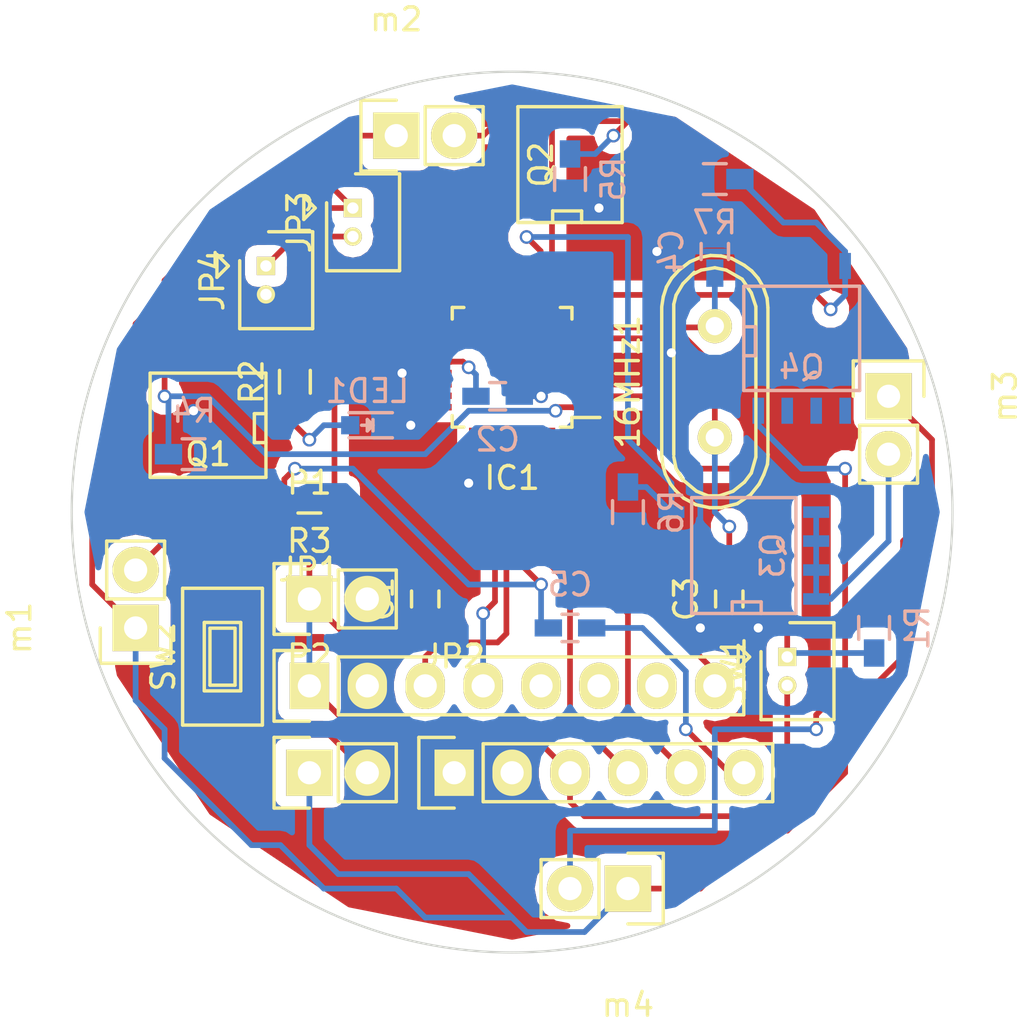
<source format=kicad_pcb>
(kicad_pcb (version 4) (host pcbnew 4.0.3+e1-6302~38~ubuntu16.04.1-stable)

  (general
    (links 87)
    (no_connects 9)
    (area 60.647228 64.457228 99.372772 103.182772)
    (thickness 1.6)
    (drawings 2)
    (tracks 295)
    (zones 0)
    (modules 31)
    (nets 40)
  )

  (page A4)
  (layers
    (0 F.Cu signal)
    (31 B.Cu signal)
    (32 B.Adhes user)
    (33 F.Adhes user)
    (34 B.Paste user)
    (35 F.Paste user)
    (36 B.SilkS user)
    (37 F.SilkS user)
    (38 B.Mask user)
    (39 F.Mask user)
    (40 Dwgs.User user)
    (41 Cmts.User user)
    (42 Eco1.User user hide)
    (43 Eco2.User user)
    (44 Edge.Cuts user)
    (45 Margin user)
    (46 B.CrtYd user)
    (47 F.CrtYd user)
    (48 B.Fab user)
    (49 F.Fab user)
  )

  (setup
    (last_trace_width 0.25)
    (trace_clearance 0.2)
    (zone_clearance 0.508)
    (zone_45_only no)
    (trace_min 0.2)
    (segment_width 0.2)
    (edge_width 0.1)
    (via_size 0.6)
    (via_drill 0.4)
    (via_min_size 0.4)
    (via_min_drill 0.3)
    (uvia_size 0.3)
    (uvia_drill 0.1)
    (uvias_allowed no)
    (uvia_min_size 0.2)
    (uvia_min_drill 0.1)
    (pcb_text_width 0.3)
    (pcb_text_size 1.5 1.5)
    (mod_edge_width 0.15)
    (mod_text_size 1 1)
    (mod_text_width 0.15)
    (pad_size 1.5 1.5)
    (pad_drill 0.6)
    (pad_to_mask_clearance 0)
    (aux_axis_origin 0 0)
    (visible_elements FFFFFF7F)
    (pcbplotparams
      (layerselection 0x010f0_80000001)
      (usegerberextensions false)
      (excludeedgelayer true)
      (linewidth 0.100000)
      (plotframeref false)
      (viasonmask false)
      (mode 1)
      (useauxorigin false)
      (hpglpennumber 1)
      (hpglpenspeed 20)
      (hpglpendiameter 15)
      (hpglpenoverlay 2)
      (psnegative false)
      (psa4output false)
      (plotreference true)
      (plotvalue true)
      (plotinvisibletext false)
      (padsonsilk false)
      (subtractmaskfromsilk false)
      (outputformat 1)
      (mirror false)
      (drillshape 0)
      (scaleselection 1)
      (outputdirectory Drill/))
  )

  (net 0 "")
  (net 1 "Net-(16MHz1-Pad1)")
  (net 2 "Net-(16MHz1-Pad2)")
  (net 3 VCC)
  (net 4 GND)
  (net 5 "Net-(C2-Pad1)")
  (net 6 DTR)
  (net 7 "Net-(C5-Pad2)")
  (net 8 PWM01)
  (net 9 FoldSW)
  (net 10 PWM02)
  (net 11 PWM03)
  (net 12 "Net-(IC1-Pad11)")
  (net 13 "Net-(IC1-Pad12)")
  (net 14 PWM04)
  (net 15 "Net-(IC1-Pad14)")
  (net 16 "Net-(IC1-Pad15)")
  (net 17 "Net-(IC1-Pad16)")
  (net 18 "Net-(IC1-Pad17)")
  (net 19 "Net-(IC1-Pad19)")
  (net 20 "Net-(IC1-Pad22)")
  (net 21 "Net-(IC1-Pad23)")
  (net 22 "Net-(IC1-Pad24)")
  (net 23 "Net-(IC1-Pad25)")
  (net 24 "Net-(IC1-Pad26)")
  (net 25 SDA)
  (net 26 SCL)
  (net 27 RXD)
  (net 28 TXD)
  (net 29 INT)
  (net 30 "Net-(JP1-Pad5)")
  (net 31 "Net-(JP1-Pad6)")
  (net 32 "Net-(JP1-Pad7)")
  (net 33 RAW)
  (net 34 "Net-(JP3-Pad2)")
  (net 35 "Net-(LED1-Pad2)")
  (net 36 "Net-(Q1-Pad5)")
  (net 37 "Net-(Q2-Pad5)")
  (net 38 "Net-(Q3-Pad5)")
  (net 39 "Net-(Q4-Pad5)")

  (net_class Default "This is the default net class."
    (clearance 0.2)
    (trace_width 0.25)
    (via_dia 0.6)
    (via_drill 0.4)
    (uvia_dia 0.3)
    (uvia_drill 0.1)
    (add_net DTR)
    (add_net FoldSW)
    (add_net GND)
    (add_net INT)
    (add_net "Net-(16MHz1-Pad1)")
    (add_net "Net-(16MHz1-Pad2)")
    (add_net "Net-(C2-Pad1)")
    (add_net "Net-(C5-Pad2)")
    (add_net "Net-(IC1-Pad11)")
    (add_net "Net-(IC1-Pad12)")
    (add_net "Net-(IC1-Pad14)")
    (add_net "Net-(IC1-Pad15)")
    (add_net "Net-(IC1-Pad16)")
    (add_net "Net-(IC1-Pad17)")
    (add_net "Net-(IC1-Pad19)")
    (add_net "Net-(IC1-Pad22)")
    (add_net "Net-(IC1-Pad23)")
    (add_net "Net-(IC1-Pad24)")
    (add_net "Net-(IC1-Pad25)")
    (add_net "Net-(IC1-Pad26)")
    (add_net "Net-(JP1-Pad5)")
    (add_net "Net-(JP1-Pad6)")
    (add_net "Net-(JP1-Pad7)")
    (add_net "Net-(JP3-Pad2)")
    (add_net "Net-(LED1-Pad2)")
    (add_net "Net-(Q1-Pad5)")
    (add_net "Net-(Q2-Pad5)")
    (add_net "Net-(Q3-Pad5)")
    (add_net "Net-(Q4-Pad5)")
    (add_net PWM01)
    (add_net PWM02)
    (add_net PWM03)
    (add_net PWM04)
    (add_net RAW)
    (add_net RXD)
    (add_net SCL)
    (add_net SDA)
    (add_net TXD)
    (add_net VCC)
  )

  (module Crystals:Crystal_HC49-U_Vertical (layer F.Cu) (tedit 0) (tstamp 57C42AE8)
    (at 88.9 78.105 90)
    (descr "Crystal Quarz HC49/U vertical stehend")
    (tags "Crystal Quarz HC49/U vertical stehend")
    (path /57C06E3D)
    (fp_text reference 16MHz1 (at 0 -3.81 90) (layer F.SilkS)
      (effects (font (size 1 1) (thickness 0.15)))
    )
    (fp_text value Crystal (at 0 3.81 90) (layer F.Fab)
      (effects (font (size 1 1) (thickness 0.15)))
    )
    (fp_line (start 4.699 -1.00076) (end 4.89966 -0.59944) (layer F.SilkS) (width 0.15))
    (fp_line (start 4.89966 -0.59944) (end 5.00126 0) (layer F.SilkS) (width 0.15))
    (fp_line (start 5.00126 0) (end 4.89966 0.50038) (layer F.SilkS) (width 0.15))
    (fp_line (start 4.89966 0.50038) (end 4.50088 1.19888) (layer F.SilkS) (width 0.15))
    (fp_line (start 4.50088 1.19888) (end 3.8989 1.6002) (layer F.SilkS) (width 0.15))
    (fp_line (start 3.8989 1.6002) (end 3.29946 1.80086) (layer F.SilkS) (width 0.15))
    (fp_line (start 3.29946 1.80086) (end -3.29946 1.80086) (layer F.SilkS) (width 0.15))
    (fp_line (start -3.29946 1.80086) (end -4.0005 1.6002) (layer F.SilkS) (width 0.15))
    (fp_line (start -4.0005 1.6002) (end -4.39928 1.30048) (layer F.SilkS) (width 0.15))
    (fp_line (start -4.39928 1.30048) (end -4.8006 0.8001) (layer F.SilkS) (width 0.15))
    (fp_line (start -4.8006 0.8001) (end -5.00126 0.20066) (layer F.SilkS) (width 0.15))
    (fp_line (start -5.00126 0.20066) (end -5.00126 -0.29972) (layer F.SilkS) (width 0.15))
    (fp_line (start -5.00126 -0.29972) (end -4.8006 -0.8001) (layer F.SilkS) (width 0.15))
    (fp_line (start -4.8006 -0.8001) (end -4.30022 -1.39954) (layer F.SilkS) (width 0.15))
    (fp_line (start -4.30022 -1.39954) (end -3.79984 -1.69926) (layer F.SilkS) (width 0.15))
    (fp_line (start -3.79984 -1.69926) (end -3.29946 -1.80086) (layer F.SilkS) (width 0.15))
    (fp_line (start -3.2004 -1.80086) (end 3.40106 -1.80086) (layer F.SilkS) (width 0.15))
    (fp_line (start 3.40106 -1.80086) (end 3.79984 -1.69926) (layer F.SilkS) (width 0.15))
    (fp_line (start 3.79984 -1.69926) (end 4.30022 -1.39954) (layer F.SilkS) (width 0.15))
    (fp_line (start 4.30022 -1.39954) (end 4.8006 -0.89916) (layer F.SilkS) (width 0.15))
    (fp_line (start -3.19024 -2.32918) (end -3.64998 -2.28092) (layer F.SilkS) (width 0.15))
    (fp_line (start -3.64998 -2.28092) (end -4.04876 -2.16916) (layer F.SilkS) (width 0.15))
    (fp_line (start -4.04876 -2.16916) (end -4.48056 -1.95072) (layer F.SilkS) (width 0.15))
    (fp_line (start -4.48056 -1.95072) (end -4.77012 -1.71958) (layer F.SilkS) (width 0.15))
    (fp_line (start -4.77012 -1.71958) (end -5.10032 -1.36906) (layer F.SilkS) (width 0.15))
    (fp_line (start -5.10032 -1.36906) (end -5.38988 -0.83058) (layer F.SilkS) (width 0.15))
    (fp_line (start -5.38988 -0.83058) (end -5.51942 -0.23114) (layer F.SilkS) (width 0.15))
    (fp_line (start -5.51942 -0.23114) (end -5.51942 0.2794) (layer F.SilkS) (width 0.15))
    (fp_line (start -5.51942 0.2794) (end -5.34924 0.98044) (layer F.SilkS) (width 0.15))
    (fp_line (start -5.34924 0.98044) (end -4.95046 1.56972) (layer F.SilkS) (width 0.15))
    (fp_line (start -4.95046 1.56972) (end -4.49072 1.94056) (layer F.SilkS) (width 0.15))
    (fp_line (start -4.49072 1.94056) (end -4.06908 2.14884) (layer F.SilkS) (width 0.15))
    (fp_line (start -4.06908 2.14884) (end -3.6195 2.30886) (layer F.SilkS) (width 0.15))
    (fp_line (start -3.6195 2.30886) (end -3.18008 2.33934) (layer F.SilkS) (width 0.15))
    (fp_line (start 4.16052 2.1209) (end 4.53898 1.89992) (layer F.SilkS) (width 0.15))
    (fp_line (start 4.53898 1.89992) (end 4.85902 1.62052) (layer F.SilkS) (width 0.15))
    (fp_line (start 4.85902 1.62052) (end 5.11048 1.29032) (layer F.SilkS) (width 0.15))
    (fp_line (start 5.11048 1.29032) (end 5.4102 0.73914) (layer F.SilkS) (width 0.15))
    (fp_line (start 5.4102 0.73914) (end 5.51942 0.26924) (layer F.SilkS) (width 0.15))
    (fp_line (start 5.51942 0.26924) (end 5.53974 -0.1905) (layer F.SilkS) (width 0.15))
    (fp_line (start 5.53974 -0.1905) (end 5.45084 -0.65024) (layer F.SilkS) (width 0.15))
    (fp_line (start 5.45084 -0.65024) (end 5.26034 -1.09982) (layer F.SilkS) (width 0.15))
    (fp_line (start 5.26034 -1.09982) (end 4.89966 -1.56972) (layer F.SilkS) (width 0.15))
    (fp_line (start 4.89966 -1.56972) (end 4.54914 -1.88976) (layer F.SilkS) (width 0.15))
    (fp_line (start 4.54914 -1.88976) (end 4.16052 -2.1209) (layer F.SilkS) (width 0.15))
    (fp_line (start 4.16052 -2.1209) (end 3.73126 -2.2606) (layer F.SilkS) (width 0.15))
    (fp_line (start 3.73126 -2.2606) (end 3.2893 -2.32918) (layer F.SilkS) (width 0.15))
    (fp_line (start -3.2004 2.32918) (end 3.2512 2.32918) (layer F.SilkS) (width 0.15))
    (fp_line (start 3.2512 2.32918) (end 3.6703 2.29108) (layer F.SilkS) (width 0.15))
    (fp_line (start 3.6703 2.29108) (end 4.16052 2.1209) (layer F.SilkS) (width 0.15))
    (fp_line (start -3.2004 -2.32918) (end 3.2512 -2.32918) (layer F.SilkS) (width 0.15))
    (pad 1 thru_hole circle (at -2.44094 0 90) (size 1.50114 1.50114) (drill 0.8001) (layers *.Cu *.Mask F.SilkS)
      (net 1 "Net-(16MHz1-Pad1)"))
    (pad 2 thru_hole circle (at 2.44094 0 90) (size 1.50114 1.50114) (drill 0.8001) (layers *.Cu *.Mask F.SilkS)
      (net 2 "Net-(16MHz1-Pad2)"))
  )

  (module Capacitors_SMD:C_0603_HandSoldering (layer F.Cu) (tedit 541A9B4D) (tstamp 57C42AEE)
    (at 76.2 87.63 90)
    (descr "Capacitor SMD 0603, hand soldering")
    (tags "capacitor 0603")
    (path /57C0DB31)
    (attr smd)
    (fp_text reference C1 (at 0 -1.9 90) (layer F.SilkS)
      (effects (font (size 1 1) (thickness 0.15)))
    )
    (fp_text value 0.1μF (at 0 1.9 90) (layer F.Fab)
      (effects (font (size 1 1) (thickness 0.15)))
    )
    (fp_line (start -1.85 -0.75) (end 1.85 -0.75) (layer F.CrtYd) (width 0.05))
    (fp_line (start -1.85 0.75) (end 1.85 0.75) (layer F.CrtYd) (width 0.05))
    (fp_line (start -1.85 -0.75) (end -1.85 0.75) (layer F.CrtYd) (width 0.05))
    (fp_line (start 1.85 -0.75) (end 1.85 0.75) (layer F.CrtYd) (width 0.05))
    (fp_line (start -0.35 -0.6) (end 0.35 -0.6) (layer F.SilkS) (width 0.15))
    (fp_line (start 0.35 0.6) (end -0.35 0.6) (layer F.SilkS) (width 0.15))
    (pad 1 smd rect (at -0.95 0 90) (size 1.2 0.75) (layers F.Cu F.Paste F.Mask)
      (net 3 VCC))
    (pad 2 smd rect (at 0.95 0 90) (size 1.2 0.75) (layers F.Cu F.Paste F.Mask)
      (net 4 GND))
    (model Capacitors_SMD.3dshapes/C_0603_HandSoldering.wrl
      (at (xyz 0 0 0))
      (scale (xyz 1 1 1))
      (rotate (xyz 0 0 0))
    )
  )

  (module Capacitors_SMD:C_0603_HandSoldering (layer B.Cu) (tedit 541A9B4D) (tstamp 57C42AF4)
    (at 79.375 78.74)
    (descr "Capacitor SMD 0603, hand soldering")
    (tags "capacitor 0603")
    (path /57C0BC8D)
    (attr smd)
    (fp_text reference C2 (at 0 1.9) (layer B.SilkS)
      (effects (font (size 1 1) (thickness 0.15)) (justify mirror))
    )
    (fp_text value 0.1μF (at 0 -1.9) (layer B.Fab)
      (effects (font (size 1 1) (thickness 0.15)) (justify mirror))
    )
    (fp_line (start -1.85 0.75) (end 1.85 0.75) (layer B.CrtYd) (width 0.05))
    (fp_line (start -1.85 -0.75) (end 1.85 -0.75) (layer B.CrtYd) (width 0.05))
    (fp_line (start -1.85 0.75) (end -1.85 -0.75) (layer B.CrtYd) (width 0.05))
    (fp_line (start 1.85 0.75) (end 1.85 -0.75) (layer B.CrtYd) (width 0.05))
    (fp_line (start -0.35 0.6) (end 0.35 0.6) (layer B.SilkS) (width 0.15))
    (fp_line (start 0.35 -0.6) (end -0.35 -0.6) (layer B.SilkS) (width 0.15))
    (pad 1 smd rect (at -0.95 0) (size 1.2 0.75) (layers B.Cu B.Paste B.Mask)
      (net 5 "Net-(C2-Pad1)"))
    (pad 2 smd rect (at 0.95 0) (size 1.2 0.75) (layers B.Cu B.Paste B.Mask)
      (net 4 GND))
    (model Capacitors_SMD.3dshapes/C_0603_HandSoldering.wrl
      (at (xyz 0 0 0))
      (scale (xyz 1 1 1))
      (rotate (xyz 0 0 0))
    )
  )

  (module Capacitors_SMD:C_0603_HandSoldering (layer F.Cu) (tedit 541A9B4D) (tstamp 57C42AFA)
    (at 89.535 87.63 90)
    (descr "Capacitor SMD 0603, hand soldering")
    (tags "capacitor 0603")
    (path /57C097AC)
    (attr smd)
    (fp_text reference C3 (at 0 -1.9 90) (layer F.SilkS)
      (effects (font (size 1 1) (thickness 0.15)))
    )
    (fp_text value 22pF (at 0 1.9 90) (layer F.Fab)
      (effects (font (size 1 1) (thickness 0.15)))
    )
    (fp_line (start -1.85 -0.75) (end 1.85 -0.75) (layer F.CrtYd) (width 0.05))
    (fp_line (start -1.85 0.75) (end 1.85 0.75) (layer F.CrtYd) (width 0.05))
    (fp_line (start -1.85 -0.75) (end -1.85 0.75) (layer F.CrtYd) (width 0.05))
    (fp_line (start 1.85 -0.75) (end 1.85 0.75) (layer F.CrtYd) (width 0.05))
    (fp_line (start -0.35 -0.6) (end 0.35 -0.6) (layer F.SilkS) (width 0.15))
    (fp_line (start 0.35 0.6) (end -0.35 0.6) (layer F.SilkS) (width 0.15))
    (pad 1 smd rect (at -0.95 0 90) (size 1.2 0.75) (layers F.Cu F.Paste F.Mask)
      (net 4 GND))
    (pad 2 smd rect (at 0.95 0 90) (size 1.2 0.75) (layers F.Cu F.Paste F.Mask)
      (net 1 "Net-(16MHz1-Pad1)"))
    (model Capacitors_SMD.3dshapes/C_0603_HandSoldering.wrl
      (at (xyz 0 0 0))
      (scale (xyz 1 1 1))
      (rotate (xyz 0 0 0))
    )
  )

  (module Capacitors_SMD:C_0603_HandSoldering (layer B.Cu) (tedit 541A9B4D) (tstamp 57C42B00)
    (at 88.9 72.39 270)
    (descr "Capacitor SMD 0603, hand soldering")
    (tags "capacitor 0603")
    (path /57C09C3A)
    (attr smd)
    (fp_text reference C4 (at 0 1.9 270) (layer B.SilkS)
      (effects (font (size 1 1) (thickness 0.15)) (justify mirror))
    )
    (fp_text value 22pF (at 0 -1.9 270) (layer B.Fab)
      (effects (font (size 1 1) (thickness 0.15)) (justify mirror))
    )
    (fp_line (start -1.85 0.75) (end 1.85 0.75) (layer B.CrtYd) (width 0.05))
    (fp_line (start -1.85 -0.75) (end 1.85 -0.75) (layer B.CrtYd) (width 0.05))
    (fp_line (start -1.85 0.75) (end -1.85 -0.75) (layer B.CrtYd) (width 0.05))
    (fp_line (start 1.85 0.75) (end 1.85 -0.75) (layer B.CrtYd) (width 0.05))
    (fp_line (start -0.35 0.6) (end 0.35 0.6) (layer B.SilkS) (width 0.15))
    (fp_line (start 0.35 -0.6) (end -0.35 -0.6) (layer B.SilkS) (width 0.15))
    (pad 1 smd rect (at -0.95 0 270) (size 1.2 0.75) (layers B.Cu B.Paste B.Mask)
      (net 4 GND))
    (pad 2 smd rect (at 0.95 0 270) (size 1.2 0.75) (layers B.Cu B.Paste B.Mask)
      (net 2 "Net-(16MHz1-Pad2)"))
    (model Capacitors_SMD.3dshapes/C_0603_HandSoldering.wrl
      (at (xyz 0 0 0))
      (scale (xyz 1 1 1))
      (rotate (xyz 0 0 0))
    )
  )

  (module Capacitors_SMD:C_0603_HandSoldering (layer B.Cu) (tedit 541A9B4D) (tstamp 57C42B06)
    (at 82.55 88.9 180)
    (descr "Capacitor SMD 0603, hand soldering")
    (tags "capacitor 0603")
    (path /57C038D1)
    (attr smd)
    (fp_text reference C5 (at 0 1.9 180) (layer B.SilkS)
      (effects (font (size 1 1) (thickness 0.15)) (justify mirror))
    )
    (fp_text value 0.1μF (at 0 -1.9 180) (layer B.Fab)
      (effects (font (size 1 1) (thickness 0.15)) (justify mirror))
    )
    (fp_line (start -1.85 0.75) (end 1.85 0.75) (layer B.CrtYd) (width 0.05))
    (fp_line (start -1.85 -0.75) (end 1.85 -0.75) (layer B.CrtYd) (width 0.05))
    (fp_line (start -1.85 0.75) (end -1.85 -0.75) (layer B.CrtYd) (width 0.05))
    (fp_line (start 1.85 0.75) (end 1.85 -0.75) (layer B.CrtYd) (width 0.05))
    (fp_line (start -0.35 0.6) (end 0.35 0.6) (layer B.SilkS) (width 0.15))
    (fp_line (start 0.35 -0.6) (end -0.35 -0.6) (layer B.SilkS) (width 0.15))
    (pad 1 smd rect (at -0.95 0 180) (size 1.2 0.75) (layers B.Cu B.Paste B.Mask)
      (net 6 DTR))
    (pad 2 smd rect (at 0.95 0 180) (size 1.2 0.75) (layers B.Cu B.Paste B.Mask)
      (net 7 "Net-(C5-Pad2)"))
    (model Capacitors_SMD.3dshapes/C_0603_HandSoldering.wrl
      (at (xyz 0 0 0))
      (scale (xyz 1 1 1))
      (rotate (xyz 0 0 0))
    )
  )

  (module Housings_QFP:LQFP-32_5x5mm_Pitch0.5mm (layer F.Cu) (tedit 54130A77) (tstamp 57C42B2A)
    (at 80.01 77.47 180)
    (descr "LQFP32: plastic low profile quad flat package; 32 leads; body 5 x 5 x 1.4 mm (see NXP sot401-1_fr.pdf and sot401-1_po.pdf)")
    (tags "QFP 0.5")
    (path /57C104BE)
    (attr smd)
    (fp_text reference IC1 (at 0 -4.85 180) (layer F.SilkS)
      (effects (font (size 1 1) (thickness 0.15)))
    )
    (fp_text value ATMEGA328P-M (at 0 4.85 180) (layer F.Fab)
      (effects (font (size 1 1) (thickness 0.15)))
    )
    (fp_text user %R (at 0 0 180) (layer F.Fab)
      (effects (font (size 1 1) (thickness 0.15)))
    )
    (fp_line (start -1.5 -2.5) (end 2.5 -2.5) (layer F.Fab) (width 0.15))
    (fp_line (start 2.5 -2.5) (end 2.5 2.5) (layer F.Fab) (width 0.15))
    (fp_line (start 2.5 2.5) (end -2.5 2.5) (layer F.Fab) (width 0.15))
    (fp_line (start -2.5 2.5) (end -2.5 -1.5) (layer F.Fab) (width 0.15))
    (fp_line (start -2.5 -1.5) (end -1.5 -2.5) (layer F.Fab) (width 0.15))
    (fp_line (start -4.1 -4.1) (end -4.1 4.1) (layer F.CrtYd) (width 0.05))
    (fp_line (start 4.1 -4.1) (end 4.1 4.1) (layer F.CrtYd) (width 0.05))
    (fp_line (start -4.1 -4.1) (end 4.1 -4.1) (layer F.CrtYd) (width 0.05))
    (fp_line (start -4.1 4.1) (end 4.1 4.1) (layer F.CrtYd) (width 0.05))
    (fp_line (start -2.625 -2.625) (end -2.625 -2.2) (layer F.SilkS) (width 0.15))
    (fp_line (start 2.625 -2.625) (end 2.625 -2.115) (layer F.SilkS) (width 0.15))
    (fp_line (start 2.625 2.625) (end 2.625 2.115) (layer F.SilkS) (width 0.15))
    (fp_line (start -2.625 2.625) (end -2.625 2.115) (layer F.SilkS) (width 0.15))
    (fp_line (start -2.625 -2.625) (end -2.115 -2.625) (layer F.SilkS) (width 0.15))
    (fp_line (start -2.625 2.625) (end -2.115 2.625) (layer F.SilkS) (width 0.15))
    (fp_line (start 2.625 2.625) (end 2.115 2.625) (layer F.SilkS) (width 0.15))
    (fp_line (start 2.625 -2.625) (end 2.115 -2.625) (layer F.SilkS) (width 0.15))
    (fp_line (start -2.625 -2.2) (end -3.85 -2.2) (layer F.SilkS) (width 0.15))
    (pad 1 smd rect (at -3.25 -1.75 180) (size 1.2 0.28) (layers F.Cu F.Paste F.Mask)
      (net 8 PWM01))
    (pad 2 smd rect (at -3.25 -1.25 180) (size 1.2 0.28) (layers F.Cu F.Paste F.Mask)
      (net 9 FoldSW))
    (pad 3 smd rect (at -3.25 -0.75 180) (size 1.2 0.28) (layers F.Cu F.Paste F.Mask)
      (net 4 GND))
    (pad 4 smd rect (at -3.25 -0.25 180) (size 1.2 0.28) (layers F.Cu F.Paste F.Mask)
      (net 3 VCC))
    (pad 5 smd rect (at -3.25 0.25 180) (size 1.2 0.28) (layers F.Cu F.Paste F.Mask)
      (net 4 GND))
    (pad 6 smd rect (at -3.25 0.75 180) (size 1.2 0.28) (layers F.Cu F.Paste F.Mask)
      (net 3 VCC))
    (pad 7 smd rect (at -3.25 1.25 180) (size 1.2 0.28) (layers F.Cu F.Paste F.Mask)
      (net 1 "Net-(16MHz1-Pad1)"))
    (pad 8 smd rect (at -3.25 1.75 180) (size 1.2 0.28) (layers F.Cu F.Paste F.Mask)
      (net 2 "Net-(16MHz1-Pad2)"))
    (pad 9 smd rect (at -1.75 3.25 270) (size 1.2 0.28) (layers F.Cu F.Paste F.Mask)
      (net 10 PWM02))
    (pad 10 smd rect (at -1.25 3.25 270) (size 1.2 0.28) (layers F.Cu F.Paste F.Mask)
      (net 11 PWM03))
    (pad 11 smd rect (at -0.75 3.25 270) (size 1.2 0.28) (layers F.Cu F.Paste F.Mask)
      (net 12 "Net-(IC1-Pad11)"))
    (pad 12 smd rect (at -0.25 3.25 270) (size 1.2 0.28) (layers F.Cu F.Paste F.Mask)
      (net 13 "Net-(IC1-Pad12)"))
    (pad 13 smd rect (at 0.25 3.25 270) (size 1.2 0.28) (layers F.Cu F.Paste F.Mask)
      (net 14 PWM04))
    (pad 14 smd rect (at 0.75 3.25 270) (size 1.2 0.28) (layers F.Cu F.Paste F.Mask)
      (net 15 "Net-(IC1-Pad14)"))
    (pad 15 smd rect (at 1.25 3.25 270) (size 1.2 0.28) (layers F.Cu F.Paste F.Mask)
      (net 16 "Net-(IC1-Pad15)"))
    (pad 16 smd rect (at 1.75 3.25 270) (size 1.2 0.28) (layers F.Cu F.Paste F.Mask)
      (net 17 "Net-(IC1-Pad16)"))
    (pad 17 smd rect (at 3.25 1.75 180) (size 1.2 0.28) (layers F.Cu F.Paste F.Mask)
      (net 18 "Net-(IC1-Pad17)"))
    (pad 18 smd rect (at 3.25 1.25 180) (size 1.2 0.28) (layers F.Cu F.Paste F.Mask)
      (net 3 VCC))
    (pad 19 smd rect (at 3.25 0.75 180) (size 1.2 0.28) (layers F.Cu F.Paste F.Mask)
      (net 19 "Net-(IC1-Pad19)"))
    (pad 20 smd rect (at 3.25 0.25 180) (size 1.2 0.28) (layers F.Cu F.Paste F.Mask)
      (net 5 "Net-(C2-Pad1)"))
    (pad 21 smd rect (at 3.25 -0.25 180) (size 1.2 0.28) (layers F.Cu F.Paste F.Mask)
      (net 4 GND))
    (pad 22 smd rect (at 3.25 -0.75 180) (size 1.2 0.28) (layers F.Cu F.Paste F.Mask)
      (net 20 "Net-(IC1-Pad22)"))
    (pad 23 smd rect (at 3.25 -1.25 180) (size 1.2 0.28) (layers F.Cu F.Paste F.Mask)
      (net 21 "Net-(IC1-Pad23)"))
    (pad 24 smd rect (at 3.25 -1.75 180) (size 1.2 0.28) (layers F.Cu F.Paste F.Mask)
      (net 22 "Net-(IC1-Pad24)"))
    (pad 25 smd rect (at 1.75 -3.25 270) (size 1.2 0.28) (layers F.Cu F.Paste F.Mask)
      (net 23 "Net-(IC1-Pad25)"))
    (pad 26 smd rect (at 1.25 -3.25 270) (size 1.2 0.28) (layers F.Cu F.Paste F.Mask)
      (net 24 "Net-(IC1-Pad26)"))
    (pad 27 smd rect (at 0.75 -3.25 270) (size 1.2 0.28) (layers F.Cu F.Paste F.Mask)
      (net 25 SDA))
    (pad 28 smd rect (at 0.25 -3.25 270) (size 1.2 0.28) (layers F.Cu F.Paste F.Mask)
      (net 26 SCL))
    (pad 29 smd rect (at -0.25 -3.25 270) (size 1.2 0.28) (layers F.Cu F.Paste F.Mask)
      (net 7 "Net-(C5-Pad2)"))
    (pad 30 smd rect (at -0.75 -3.25 270) (size 1.2 0.28) (layers F.Cu F.Paste F.Mask)
      (net 27 RXD))
    (pad 31 smd rect (at -1.25 -3.25 270) (size 1.2 0.28) (layers F.Cu F.Paste F.Mask)
      (net 28 TXD))
    (pad 32 smd rect (at -1.75 -3.25 270) (size 1.2 0.28) (layers F.Cu F.Paste F.Mask)
      (net 29 INT))
    (model Housings_QFP.3dshapes/LQFP-32_5x5mm_Pitch0.5mm.wrl
      (at (xyz 0 0 0))
      (scale (xyz 1 1 1))
      (rotate (xyz 0 0 0))
    )
  )

  (module Socket_Strips:Socket_Strip_Straight_1x08 (layer F.Cu) (tedit 0) (tstamp 57C42B36)
    (at 71.12 91.44)
    (descr "Through hole socket strip")
    (tags "socket strip")
    (path /57C7F972)
    (fp_text reference JP1 (at 0 -5.1) (layer F.SilkS)
      (effects (font (size 1 1) (thickness 0.15)))
    )
    (fp_text value CONN_01X08 (at 0 -3.1) (layer F.Fab)
      (effects (font (size 1 1) (thickness 0.15)))
    )
    (fp_line (start -1.75 -1.75) (end -1.75 1.75) (layer F.CrtYd) (width 0.05))
    (fp_line (start 19.55 -1.75) (end 19.55 1.75) (layer F.CrtYd) (width 0.05))
    (fp_line (start -1.75 -1.75) (end 19.55 -1.75) (layer F.CrtYd) (width 0.05))
    (fp_line (start -1.75 1.75) (end 19.55 1.75) (layer F.CrtYd) (width 0.05))
    (fp_line (start 1.27 1.27) (end 19.05 1.27) (layer F.SilkS) (width 0.15))
    (fp_line (start 19.05 1.27) (end 19.05 -1.27) (layer F.SilkS) (width 0.15))
    (fp_line (start 19.05 -1.27) (end 1.27 -1.27) (layer F.SilkS) (width 0.15))
    (fp_line (start -1.55 1.55) (end 0 1.55) (layer F.SilkS) (width 0.15))
    (fp_line (start 1.27 1.27) (end 1.27 -1.27) (layer F.SilkS) (width 0.15))
    (fp_line (start 0 -1.55) (end -1.55 -1.55) (layer F.SilkS) (width 0.15))
    (fp_line (start -1.55 -1.55) (end -1.55 1.55) (layer F.SilkS) (width 0.15))
    (pad 1 thru_hole rect (at 0 0) (size 1.7272 2.032) (drill 1.016) (layers *.Cu *.Mask F.SilkS)
      (net 3 VCC))
    (pad 2 thru_hole oval (at 2.54 0) (size 1.7272 2.032) (drill 1.016) (layers *.Cu *.Mask F.SilkS)
      (net 4 GND))
    (pad 3 thru_hole oval (at 5.08 0) (size 1.7272 2.032) (drill 1.016) (layers *.Cu *.Mask F.SilkS)
      (net 26 SCL))
    (pad 4 thru_hole oval (at 7.62 0) (size 1.7272 2.032) (drill 1.016) (layers *.Cu *.Mask F.SilkS)
      (net 25 SDA))
    (pad 5 thru_hole oval (at 10.16 0) (size 1.7272 2.032) (drill 1.016) (layers *.Cu *.Mask F.SilkS)
      (net 30 "Net-(JP1-Pad5)"))
    (pad 6 thru_hole oval (at 12.7 0) (size 1.7272 2.032) (drill 1.016) (layers *.Cu *.Mask F.SilkS)
      (net 31 "Net-(JP1-Pad6)"))
    (pad 7 thru_hole oval (at 15.24 0) (size 1.7272 2.032) (drill 1.016) (layers *.Cu *.Mask F.SilkS)
      (net 32 "Net-(JP1-Pad7)"))
    (pad 8 thru_hole oval (at 17.78 0) (size 1.7272 2.032) (drill 1.016) (layers *.Cu *.Mask F.SilkS)
      (net 29 INT))
    (model Socket_Strips.3dshapes/Socket_Strip_Straight_1x08.wrl
      (at (xyz 0.35 0 0))
      (scale (xyz 1 1 1))
      (rotate (xyz 0 0 180))
    )
  )

  (module Socket_Strips:Socket_Strip_Straight_1x06 (layer F.Cu) (tedit 0) (tstamp 57C42B40)
    (at 77.47 95.25)
    (descr "Through hole socket strip")
    (tags "socket strip")
    (path /57D7B472)
    (fp_text reference JP2 (at 0 -5.1) (layer F.SilkS)
      (effects (font (size 1 1) (thickness 0.15)))
    )
    (fp_text value CONN_01X06 (at 0 -3.1) (layer F.Fab)
      (effects (font (size 1 1) (thickness 0.15)))
    )
    (fp_line (start -1.75 -1.75) (end -1.75 1.75) (layer F.CrtYd) (width 0.05))
    (fp_line (start 14.45 -1.75) (end 14.45 1.75) (layer F.CrtYd) (width 0.05))
    (fp_line (start -1.75 -1.75) (end 14.45 -1.75) (layer F.CrtYd) (width 0.05))
    (fp_line (start -1.75 1.75) (end 14.45 1.75) (layer F.CrtYd) (width 0.05))
    (fp_line (start 1.27 1.27) (end 13.97 1.27) (layer F.SilkS) (width 0.15))
    (fp_line (start 13.97 1.27) (end 13.97 -1.27) (layer F.SilkS) (width 0.15))
    (fp_line (start 13.97 -1.27) (end 1.27 -1.27) (layer F.SilkS) (width 0.15))
    (fp_line (start -1.55 1.55) (end 0 1.55) (layer F.SilkS) (width 0.15))
    (fp_line (start 1.27 1.27) (end 1.27 -1.27) (layer F.SilkS) (width 0.15))
    (fp_line (start 0 -1.55) (end -1.55 -1.55) (layer F.SilkS) (width 0.15))
    (fp_line (start -1.55 -1.55) (end -1.55 1.55) (layer F.SilkS) (width 0.15))
    (pad 1 thru_hole rect (at 0 0) (size 1.7272 2.032) (drill 1.016) (layers *.Cu *.Mask F.SilkS)
      (net 4 GND))
    (pad 2 thru_hole oval (at 2.54 0) (size 1.7272 2.032) (drill 1.016) (layers *.Cu *.Mask F.SilkS)
      (net 4 GND))
    (pad 3 thru_hole oval (at 5.08 0) (size 1.7272 2.032) (drill 1.016) (layers *.Cu *.Mask F.SilkS)
      (net 3 VCC))
    (pad 4 thru_hole oval (at 7.62 0) (size 1.7272 2.032) (drill 1.016) (layers *.Cu *.Mask F.SilkS)
      (net 27 RXD))
    (pad 5 thru_hole oval (at 10.16 0) (size 1.7272 2.032) (drill 1.016) (layers *.Cu *.Mask F.SilkS)
      (net 28 TXD))
    (pad 6 thru_hole oval (at 12.7 0) (size 1.7272 2.032) (drill 1.016) (layers *.Cu *.Mask F.SilkS)
      (net 6 DTR))
    (model Socket_Strips.3dshapes/Socket_Strip_Straight_1x06.wrl
      (at (xyz 0.25 0 0))
      (scale (xyz 1 1 1))
      (rotate (xyz 0 0 180))
    )
  )

  (module Connectors_Molex:Molex_PicoBlade_53047-0210 (layer F.Cu) (tedit 0) (tstamp 57C42B46)
    (at 73.025 70.485 270)
    (descr "Molex PicoBlade 1.25mm shrouded header. Vertical. 2 ways")
    (tags "connector PicoBlade header")
    (path /57D8D7E2)
    (fp_text reference JP3 (at 0.625 2.35 270) (layer F.SilkS)
      (effects (font (size 1 1) (thickness 0.15)))
    )
    (fp_text value CONN_01X02 (at 0.625 -3.25 270) (layer F.Fab)
      (effects (font (size 1 1) (thickness 0.15)))
    )
    (fp_line (start -1.5 -0.12) (end -1.5 -2.05) (layer F.SilkS) (width 0.15))
    (fp_line (start -1.5 -2.05) (end 2.75 -2.05) (layer F.SilkS) (width 0.15))
    (fp_line (start 2.75 -2.05) (end 2.75 1.15) (layer F.SilkS) (width 0.15))
    (fp_line (start 2.75 1.15) (end -0.23 1.15) (layer F.SilkS) (width 0.15))
    (fp_line (start 0 1.65) (end 0.5 2.15) (layer F.SilkS) (width 0.15))
    (fp_line (start 0.5 2.15) (end -0.5 2.15) (layer F.SilkS) (width 0.15))
    (fp_line (start -0.5 2.15) (end 0 1.65) (layer F.SilkS) (width 0.15))
    (fp_line (start -0.23 1.15) (end -1.5 -0.12) (layer F.Fab) (width 0.2))
    (fp_line (start -1.5 -0.12) (end -1.5 -2.05) (layer F.Fab) (width 0.2))
    (fp_line (start -1.5 -2.05) (end 2.75 -2.05) (layer F.Fab) (width 0.2))
    (fp_line (start 2.75 -2.05) (end 2.75 1.15) (layer F.Fab) (width 0.2))
    (fp_line (start 2.75 1.15) (end -0.23 1.15) (layer F.Fab) (width 0.2))
    (pad 1 thru_hole rect (at 0 0 270) (size 0.8 0.8) (drill 0.5) (layers *.Cu *.Mask F.SilkS)
      (net 33 RAW))
    (pad 2 thru_hole oval (at 1.25 0 270) (size 0.8 0.8) (drill 0.5) (layers *.Cu *.Mask F.SilkS)
      (net 34 "Net-(JP3-Pad2)"))
    (model Connectors_Molex.3dshapes/Molex_PicoBlade_53047-0210.wrl
      (at (xyz 0.0246063 0 0))
      (scale (xyz 1 1 1))
      (rotate (xyz 0 0 180))
    )
  )

  (module Connectors_Molex:Molex_PicoBlade_53047-0210 (layer F.Cu) (tedit 0) (tstamp 57C42B4C)
    (at 69.215 73.025 270)
    (descr "Molex PicoBlade 1.25mm shrouded header. Vertical. 2 ways")
    (tags "connector PicoBlade header")
    (path /57D8D8EA)
    (fp_text reference JP4 (at 0.625 2.35 270) (layer F.SilkS)
      (effects (font (size 1 1) (thickness 0.15)))
    )
    (fp_text value CONN_01X02 (at 0.625 -3.25 270) (layer F.Fab)
      (effects (font (size 1 1) (thickness 0.15)))
    )
    (fp_line (start -1.5 -0.12) (end -1.5 -2.05) (layer F.SilkS) (width 0.15))
    (fp_line (start -1.5 -2.05) (end 2.75 -2.05) (layer F.SilkS) (width 0.15))
    (fp_line (start 2.75 -2.05) (end 2.75 1.15) (layer F.SilkS) (width 0.15))
    (fp_line (start 2.75 1.15) (end -0.23 1.15) (layer F.SilkS) (width 0.15))
    (fp_line (start 0 1.65) (end 0.5 2.15) (layer F.SilkS) (width 0.15))
    (fp_line (start 0.5 2.15) (end -0.5 2.15) (layer F.SilkS) (width 0.15))
    (fp_line (start -0.5 2.15) (end 0 1.65) (layer F.SilkS) (width 0.15))
    (fp_line (start -0.23 1.15) (end -1.5 -0.12) (layer F.Fab) (width 0.2))
    (fp_line (start -1.5 -0.12) (end -1.5 -2.05) (layer F.Fab) (width 0.2))
    (fp_line (start -1.5 -2.05) (end 2.75 -2.05) (layer F.Fab) (width 0.2))
    (fp_line (start 2.75 -2.05) (end 2.75 1.15) (layer F.Fab) (width 0.2))
    (fp_line (start 2.75 1.15) (end -0.23 1.15) (layer F.Fab) (width 0.2))
    (pad 1 thru_hole rect (at 0 0 270) (size 0.8 0.8) (drill 0.5) (layers *.Cu *.Mask F.SilkS)
      (net 34 "Net-(JP3-Pad2)"))
    (pad 2 thru_hole oval (at 1.25 0 270) (size 0.8 0.8) (drill 0.5) (layers *.Cu *.Mask F.SilkS)
      (net 4 GND))
    (model Connectors_Molex.3dshapes/Molex_PicoBlade_53047-0210.wrl
      (at (xyz 0.0246063 0 0))
      (scale (xyz 1 1 1))
      (rotate (xyz 0 0 180))
    )
  )

  (module LEDs:LED_0603 (layer B.Cu) (tedit 55BDE255) (tstamp 57C42B52)
    (at 73.66 80.01 180)
    (descr "LED 0603 smd package")
    (tags "LED led 0603 SMD smd SMT smt smdled SMDLED smtled SMTLED")
    (path /57C14473)
    (attr smd)
    (fp_text reference LED1 (at 0 1.5 180) (layer B.SilkS)
      (effects (font (size 1 1) (thickness 0.15)) (justify mirror))
    )
    (fp_text value Green (at 0 -1.5 180) (layer B.Fab)
      (effects (font (size 1 1) (thickness 0.15)) (justify mirror))
    )
    (fp_line (start -0.3 0.2) (end -0.3 -0.2) (layer B.Fab) (width 0.15))
    (fp_line (start -0.2 0) (end 0.1 0.2) (layer B.Fab) (width 0.15))
    (fp_line (start 0.1 -0.2) (end -0.2 0) (layer B.Fab) (width 0.15))
    (fp_line (start 0.1 0.2) (end 0.1 -0.2) (layer B.Fab) (width 0.15))
    (fp_line (start 0.8 -0.4) (end -0.8 -0.4) (layer B.Fab) (width 0.15))
    (fp_line (start 0.8 0.4) (end 0.8 -0.4) (layer B.Fab) (width 0.15))
    (fp_line (start -0.8 0.4) (end 0.8 0.4) (layer B.Fab) (width 0.15))
    (fp_line (start -0.8 -0.4) (end -0.8 0.4) (layer B.Fab) (width 0.15))
    (fp_line (start -1.1 -0.55) (end 0.8 -0.55) (layer B.SilkS) (width 0.15))
    (fp_line (start -1.1 0.55) (end 0.8 0.55) (layer B.SilkS) (width 0.15))
    (fp_line (start -0.2 0) (end 0.25 0) (layer B.SilkS) (width 0.15))
    (fp_line (start -0.25 0.25) (end -0.25 -0.25) (layer B.SilkS) (width 0.15))
    (fp_line (start -0.25 0) (end 0 0.25) (layer B.SilkS) (width 0.15))
    (fp_line (start 0 0.25) (end 0 -0.25) (layer B.SilkS) (width 0.15))
    (fp_line (start 0 -0.25) (end -0.25 0) (layer B.SilkS) (width 0.15))
    (fp_line (start 1.4 0.75) (end 1.4 -0.75) (layer B.CrtYd) (width 0.05))
    (fp_line (start 1.4 -0.75) (end -1.4 -0.75) (layer B.CrtYd) (width 0.05))
    (fp_line (start -1.4 -0.75) (end -1.4 0.75) (layer B.CrtYd) (width 0.05))
    (fp_line (start -1.4 0.75) (end 1.4 0.75) (layer B.CrtYd) (width 0.05))
    (pad 2 smd rect (at 0.7493 0) (size 0.79756 0.79756) (layers B.Cu B.Paste B.Mask)
      (net 35 "Net-(LED1-Pad2)"))
    (pad 1 smd rect (at -0.7493 0) (size 0.79756 0.79756) (layers B.Cu B.Paste B.Mask)
      (net 4 GND))
    (model LEDs.3dshapes/LED_0603.wrl
      (at (xyz 0 0 0))
      (scale (xyz 1 1 1))
      (rotate (xyz 0 0 180))
    )
  )

  (module Socket_Strips:Socket_Strip_Straight_1x02 (layer F.Cu) (tedit 54E9F75E) (tstamp 57C42B58)
    (at 63.5 88.9 90)
    (descr "Through hole socket strip")
    (tags "socket strip")
    (path /57CB7423)
    (fp_text reference m1 (at 0 -5.1 90) (layer F.SilkS)
      (effects (font (size 1 1) (thickness 0.15)))
    )
    (fp_text value motor (at 0 -3.1 90) (layer F.Fab)
      (effects (font (size 1 1) (thickness 0.15)))
    )
    (fp_line (start -1.55 1.55) (end 0 1.55) (layer F.SilkS) (width 0.15))
    (fp_line (start 3.81 1.27) (end 1.27 1.27) (layer F.SilkS) (width 0.15))
    (fp_line (start -1.75 -1.75) (end -1.75 1.75) (layer F.CrtYd) (width 0.05))
    (fp_line (start 4.3 -1.75) (end 4.3 1.75) (layer F.CrtYd) (width 0.05))
    (fp_line (start -1.75 -1.75) (end 4.3 -1.75) (layer F.CrtYd) (width 0.05))
    (fp_line (start -1.75 1.75) (end 4.3 1.75) (layer F.CrtYd) (width 0.05))
    (fp_line (start 1.27 1.27) (end 1.27 -1.27) (layer F.SilkS) (width 0.15))
    (fp_line (start 0 -1.55) (end -1.55 -1.55) (layer F.SilkS) (width 0.15))
    (fp_line (start -1.55 -1.55) (end -1.55 1.55) (layer F.SilkS) (width 0.15))
    (fp_line (start 1.27 -1.27) (end 3.81 -1.27) (layer F.SilkS) (width 0.15))
    (fp_line (start 3.81 -1.27) (end 3.81 1.27) (layer F.SilkS) (width 0.15))
    (pad 1 thru_hole rect (at 0 0 90) (size 2.032 2.032) (drill 1.016) (layers *.Cu *.Mask F.SilkS)
      (net 33 RAW))
    (pad 2 thru_hole oval (at 2.54 0 90) (size 2.032 2.032) (drill 1.016) (layers *.Cu *.Mask F.SilkS)
      (net 36 "Net-(Q1-Pad5)"))
    (model Socket_Strips.3dshapes/Socket_Strip_Straight_1x02.wrl
      (at (xyz 0.05 0 0))
      (scale (xyz 1 1 1))
      (rotate (xyz 0 0 180))
    )
  )

  (module Socket_Strips:Socket_Strip_Straight_1x02 (layer F.Cu) (tedit 54E9F75E) (tstamp 57C42B5E)
    (at 74.93 67.31)
    (descr "Through hole socket strip")
    (tags "socket strip")
    (path /57CBB609)
    (fp_text reference m2 (at 0 -5.1) (layer F.SilkS)
      (effects (font (size 1 1) (thickness 0.15)))
    )
    (fp_text value motor (at 0 -3.1) (layer F.Fab)
      (effects (font (size 1 1) (thickness 0.15)))
    )
    (fp_line (start -1.55 1.55) (end 0 1.55) (layer F.SilkS) (width 0.15))
    (fp_line (start 3.81 1.27) (end 1.27 1.27) (layer F.SilkS) (width 0.15))
    (fp_line (start -1.75 -1.75) (end -1.75 1.75) (layer F.CrtYd) (width 0.05))
    (fp_line (start 4.3 -1.75) (end 4.3 1.75) (layer F.CrtYd) (width 0.05))
    (fp_line (start -1.75 -1.75) (end 4.3 -1.75) (layer F.CrtYd) (width 0.05))
    (fp_line (start -1.75 1.75) (end 4.3 1.75) (layer F.CrtYd) (width 0.05))
    (fp_line (start 1.27 1.27) (end 1.27 -1.27) (layer F.SilkS) (width 0.15))
    (fp_line (start 0 -1.55) (end -1.55 -1.55) (layer F.SilkS) (width 0.15))
    (fp_line (start -1.55 -1.55) (end -1.55 1.55) (layer F.SilkS) (width 0.15))
    (fp_line (start 1.27 -1.27) (end 3.81 -1.27) (layer F.SilkS) (width 0.15))
    (fp_line (start 3.81 -1.27) (end 3.81 1.27) (layer F.SilkS) (width 0.15))
    (pad 1 thru_hole rect (at 0 0) (size 2.032 2.032) (drill 1.016) (layers *.Cu *.Mask F.SilkS)
      (net 33 RAW))
    (pad 2 thru_hole oval (at 2.54 0) (size 2.032 2.032) (drill 1.016) (layers *.Cu *.Mask F.SilkS)
      (net 37 "Net-(Q2-Pad5)"))
    (model Socket_Strips.3dshapes/Socket_Strip_Straight_1x02.wrl
      (at (xyz 0.05 0 0))
      (scale (xyz 1 1 1))
      (rotate (xyz 0 0 180))
    )
  )

  (module Socket_Strips:Socket_Strip_Straight_1x02 (layer F.Cu) (tedit 54E9F75E) (tstamp 57C42B64)
    (at 96.52 78.74 270)
    (descr "Through hole socket strip")
    (tags "socket strip")
    (path /57CBB6BB)
    (fp_text reference m3 (at 0 -5.1 270) (layer F.SilkS)
      (effects (font (size 1 1) (thickness 0.15)))
    )
    (fp_text value motor (at 0 -3.1 270) (layer F.Fab)
      (effects (font (size 1 1) (thickness 0.15)))
    )
    (fp_line (start -1.55 1.55) (end 0 1.55) (layer F.SilkS) (width 0.15))
    (fp_line (start 3.81 1.27) (end 1.27 1.27) (layer F.SilkS) (width 0.15))
    (fp_line (start -1.75 -1.75) (end -1.75 1.75) (layer F.CrtYd) (width 0.05))
    (fp_line (start 4.3 -1.75) (end 4.3 1.75) (layer F.CrtYd) (width 0.05))
    (fp_line (start -1.75 -1.75) (end 4.3 -1.75) (layer F.CrtYd) (width 0.05))
    (fp_line (start -1.75 1.75) (end 4.3 1.75) (layer F.CrtYd) (width 0.05))
    (fp_line (start 1.27 1.27) (end 1.27 -1.27) (layer F.SilkS) (width 0.15))
    (fp_line (start 0 -1.55) (end -1.55 -1.55) (layer F.SilkS) (width 0.15))
    (fp_line (start -1.55 -1.55) (end -1.55 1.55) (layer F.SilkS) (width 0.15))
    (fp_line (start 1.27 -1.27) (end 3.81 -1.27) (layer F.SilkS) (width 0.15))
    (fp_line (start 3.81 -1.27) (end 3.81 1.27) (layer F.SilkS) (width 0.15))
    (pad 1 thru_hole rect (at 0 0 270) (size 2.032 2.032) (drill 1.016) (layers *.Cu *.Mask F.SilkS)
      (net 33 RAW))
    (pad 2 thru_hole oval (at 2.54 0 270) (size 2.032 2.032) (drill 1.016) (layers *.Cu *.Mask F.SilkS)
      (net 38 "Net-(Q3-Pad5)"))
    (model Socket_Strips.3dshapes/Socket_Strip_Straight_1x02.wrl
      (at (xyz 0.05 0 0))
      (scale (xyz 1 1 1))
      (rotate (xyz 0 0 180))
    )
  )

  (module Socket_Strips:Socket_Strip_Straight_1x02 (layer F.Cu) (tedit 54E9F75E) (tstamp 57C42B6A)
    (at 85.09 100.33 180)
    (descr "Through hole socket strip")
    (tags "socket strip")
    (path /57CBC224)
    (fp_text reference m4 (at 0 -5.1 180) (layer F.SilkS)
      (effects (font (size 1 1) (thickness 0.15)))
    )
    (fp_text value motor (at 0 -3.1 180) (layer F.Fab)
      (effects (font (size 1 1) (thickness 0.15)))
    )
    (fp_line (start -1.55 1.55) (end 0 1.55) (layer F.SilkS) (width 0.15))
    (fp_line (start 3.81 1.27) (end 1.27 1.27) (layer F.SilkS) (width 0.15))
    (fp_line (start -1.75 -1.75) (end -1.75 1.75) (layer F.CrtYd) (width 0.05))
    (fp_line (start 4.3 -1.75) (end 4.3 1.75) (layer F.CrtYd) (width 0.05))
    (fp_line (start -1.75 -1.75) (end 4.3 -1.75) (layer F.CrtYd) (width 0.05))
    (fp_line (start -1.75 1.75) (end 4.3 1.75) (layer F.CrtYd) (width 0.05))
    (fp_line (start 1.27 1.27) (end 1.27 -1.27) (layer F.SilkS) (width 0.15))
    (fp_line (start 0 -1.55) (end -1.55 -1.55) (layer F.SilkS) (width 0.15))
    (fp_line (start -1.55 -1.55) (end -1.55 1.55) (layer F.SilkS) (width 0.15))
    (fp_line (start 1.27 -1.27) (end 3.81 -1.27) (layer F.SilkS) (width 0.15))
    (fp_line (start 3.81 -1.27) (end 3.81 1.27) (layer F.SilkS) (width 0.15))
    (pad 1 thru_hole rect (at 0 0 180) (size 2.032 2.032) (drill 1.016) (layers *.Cu *.Mask F.SilkS)
      (net 33 RAW))
    (pad 2 thru_hole oval (at 2.54 0 180) (size 2.032 2.032) (drill 1.016) (layers *.Cu *.Mask F.SilkS)
      (net 39 "Net-(Q4-Pad5)"))
    (model Socket_Strips.3dshapes/Socket_Strip_Straight_1x02.wrl
      (at (xyz 0.05 0 0))
      (scale (xyz 1 1 1))
      (rotate (xyz 0 0 180))
    )
  )

  (module Socket_Strips:Socket_Strip_Straight_1x02 (layer F.Cu) (tedit 54E9F75E) (tstamp 57C42B70)
    (at 71.12 87.63)
    (descr "Through hole socket strip")
    (tags "socket strip")
    (path /57C879CF)
    (fp_text reference P1 (at 0 -5.1) (layer F.SilkS)
      (effects (font (size 1 1) (thickness 0.15)))
    )
    (fp_text value Vout01 (at 0 -3.1) (layer F.Fab)
      (effects (font (size 1 1) (thickness 0.15)))
    )
    (fp_line (start -1.55 1.55) (end 0 1.55) (layer F.SilkS) (width 0.15))
    (fp_line (start 3.81 1.27) (end 1.27 1.27) (layer F.SilkS) (width 0.15))
    (fp_line (start -1.75 -1.75) (end -1.75 1.75) (layer F.CrtYd) (width 0.05))
    (fp_line (start 4.3 -1.75) (end 4.3 1.75) (layer F.CrtYd) (width 0.05))
    (fp_line (start -1.75 -1.75) (end 4.3 -1.75) (layer F.CrtYd) (width 0.05))
    (fp_line (start -1.75 1.75) (end 4.3 1.75) (layer F.CrtYd) (width 0.05))
    (fp_line (start 1.27 1.27) (end 1.27 -1.27) (layer F.SilkS) (width 0.15))
    (fp_line (start 0 -1.55) (end -1.55 -1.55) (layer F.SilkS) (width 0.15))
    (fp_line (start -1.55 -1.55) (end -1.55 1.55) (layer F.SilkS) (width 0.15))
    (fp_line (start 1.27 -1.27) (end 3.81 -1.27) (layer F.SilkS) (width 0.15))
    (fp_line (start 3.81 -1.27) (end 3.81 1.27) (layer F.SilkS) (width 0.15))
    (pad 1 thru_hole rect (at 0 0) (size 2.032 2.032) (drill 1.016) (layers *.Cu *.Mask F.SilkS)
      (net 3 VCC))
    (pad 2 thru_hole oval (at 2.54 0) (size 2.032 2.032) (drill 1.016) (layers *.Cu *.Mask F.SilkS)
      (net 4 GND))
    (model Socket_Strips.3dshapes/Socket_Strip_Straight_1x02.wrl
      (at (xyz 0.05 0 0))
      (scale (xyz 1 1 1))
      (rotate (xyz 0 0 180))
    )
  )

  (module Socket_Strips:Socket_Strip_Straight_1x02 (layer F.Cu) (tedit 54E9F75E) (tstamp 57C42B76)
    (at 71.12 95.25)
    (descr "Through hole socket strip")
    (tags "socket strip")
    (path /57C8CC69)
    (fp_text reference P2 (at 0 -5.1) (layer F.SilkS)
      (effects (font (size 1 1) (thickness 0.15)))
    )
    (fp_text value CONN_01X02 (at 0 -3.1) (layer F.Fab)
      (effects (font (size 1 1) (thickness 0.15)))
    )
    (fp_line (start -1.55 1.55) (end 0 1.55) (layer F.SilkS) (width 0.15))
    (fp_line (start 3.81 1.27) (end 1.27 1.27) (layer F.SilkS) (width 0.15))
    (fp_line (start -1.75 -1.75) (end -1.75 1.75) (layer F.CrtYd) (width 0.05))
    (fp_line (start 4.3 -1.75) (end 4.3 1.75) (layer F.CrtYd) (width 0.05))
    (fp_line (start -1.75 -1.75) (end 4.3 -1.75) (layer F.CrtYd) (width 0.05))
    (fp_line (start -1.75 1.75) (end 4.3 1.75) (layer F.CrtYd) (width 0.05))
    (fp_line (start 1.27 1.27) (end 1.27 -1.27) (layer F.SilkS) (width 0.15))
    (fp_line (start 0 -1.55) (end -1.55 -1.55) (layer F.SilkS) (width 0.15))
    (fp_line (start -1.55 -1.55) (end -1.55 1.55) (layer F.SilkS) (width 0.15))
    (fp_line (start 1.27 -1.27) (end 3.81 -1.27) (layer F.SilkS) (width 0.15))
    (fp_line (start 3.81 -1.27) (end 3.81 1.27) (layer F.SilkS) (width 0.15))
    (pad 1 thru_hole rect (at 0 0) (size 2.032 2.032) (drill 1.016) (layers *.Cu *.Mask F.SilkS)
      (net 33 RAW))
    (pad 2 thru_hole oval (at 2.54 0) (size 2.032 2.032) (drill 1.016) (layers *.Cu *.Mask F.SilkS)
      (net 4 GND))
    (model Socket_Strips.3dshapes/Socket_Strip_Straight_1x02.wrl
      (at (xyz 0.05 0 0))
      (scale (xyz 1 1 1))
      (rotate (xyz 0 0 180))
    )
  )

  (module SMD_Packages:SOIC-8-N (layer F.Cu) (tedit 0) (tstamp 57C42B82)
    (at 66.675 80.01 180)
    (descr "Module Narrow CMS SOJ 8 pins large")
    (tags "CMS SOJ")
    (path /57C270BF)
    (attr smd)
    (fp_text reference Q1 (at 0 -1.27 180) (layer F.SilkS)
      (effects (font (size 1 1) (thickness 0.15)))
    )
    (fp_text value STS5NF60L (at 0 1.27 180) (layer F.Fab)
      (effects (font (size 1 1) (thickness 0.15)))
    )
    (fp_line (start -2.54 -2.286) (end 2.54 -2.286) (layer F.SilkS) (width 0.15))
    (fp_line (start 2.54 -2.286) (end 2.54 2.286) (layer F.SilkS) (width 0.15))
    (fp_line (start 2.54 2.286) (end -2.54 2.286) (layer F.SilkS) (width 0.15))
    (fp_line (start -2.54 2.286) (end -2.54 -2.286) (layer F.SilkS) (width 0.15))
    (fp_line (start -2.54 -0.762) (end -2.032 -0.762) (layer F.SilkS) (width 0.15))
    (fp_line (start -2.032 -0.762) (end -2.032 0.508) (layer F.SilkS) (width 0.15))
    (fp_line (start -2.032 0.508) (end -2.54 0.508) (layer F.SilkS) (width 0.15))
    (pad 8 smd rect (at -1.905 -3.175 180) (size 0.508 1.143) (layers F.Cu F.Paste F.Mask)
      (net 36 "Net-(Q1-Pad5)"))
    (pad 7 smd rect (at -0.635 -3.175 180) (size 0.508 1.143) (layers F.Cu F.Paste F.Mask)
      (net 36 "Net-(Q1-Pad5)"))
    (pad 6 smd rect (at 0.635 -3.175 180) (size 0.508 1.143) (layers F.Cu F.Paste F.Mask)
      (net 36 "Net-(Q1-Pad5)"))
    (pad 5 smd rect (at 1.905 -3.175 180) (size 0.508 1.143) (layers F.Cu F.Paste F.Mask)
      (net 36 "Net-(Q1-Pad5)"))
    (pad 4 smd rect (at 1.905 3.175 180) (size 0.508 1.143) (layers F.Cu F.Paste F.Mask)
      (net 8 PWM01))
    (pad 3 smd rect (at 0.635 3.175 180) (size 0.508 1.143) (layers F.Cu F.Paste F.Mask)
      (net 4 GND))
    (pad 2 smd rect (at -0.635 3.175 180) (size 0.508 1.143) (layers F.Cu F.Paste F.Mask)
      (net 4 GND))
    (pad 1 smd rect (at -1.905 3.175 180) (size 0.508 1.143) (layers F.Cu F.Paste F.Mask)
      (net 4 GND))
    (model SMD_Packages.3dshapes/SOIC-8-N.wrl
      (at (xyz 0 0 0))
      (scale (xyz 0.5 0.38 0.5))
      (rotate (xyz 0 0 0))
    )
  )

  (module SMD_Packages:SOIC-8-N (layer F.Cu) (tedit 0) (tstamp 57C42B8E)
    (at 82.55 68.58 90)
    (descr "Module Narrow CMS SOJ 8 pins large")
    (tags "CMS SOJ")
    (path /57C282DD)
    (attr smd)
    (fp_text reference Q2 (at 0 -1.27 90) (layer F.SilkS)
      (effects (font (size 1 1) (thickness 0.15)))
    )
    (fp_text value STS5NF60L (at 0 1.27 90) (layer F.Fab)
      (effects (font (size 1 1) (thickness 0.15)))
    )
    (fp_line (start -2.54 -2.286) (end 2.54 -2.286) (layer F.SilkS) (width 0.15))
    (fp_line (start 2.54 -2.286) (end 2.54 2.286) (layer F.SilkS) (width 0.15))
    (fp_line (start 2.54 2.286) (end -2.54 2.286) (layer F.SilkS) (width 0.15))
    (fp_line (start -2.54 2.286) (end -2.54 -2.286) (layer F.SilkS) (width 0.15))
    (fp_line (start -2.54 -0.762) (end -2.032 -0.762) (layer F.SilkS) (width 0.15))
    (fp_line (start -2.032 -0.762) (end -2.032 0.508) (layer F.SilkS) (width 0.15))
    (fp_line (start -2.032 0.508) (end -2.54 0.508) (layer F.SilkS) (width 0.15))
    (pad 8 smd rect (at -1.905 -3.175 90) (size 0.508 1.143) (layers F.Cu F.Paste F.Mask)
      (net 37 "Net-(Q2-Pad5)"))
    (pad 7 smd rect (at -0.635 -3.175 90) (size 0.508 1.143) (layers F.Cu F.Paste F.Mask)
      (net 37 "Net-(Q2-Pad5)"))
    (pad 6 smd rect (at 0.635 -3.175 90) (size 0.508 1.143) (layers F.Cu F.Paste F.Mask)
      (net 37 "Net-(Q2-Pad5)"))
    (pad 5 smd rect (at 1.905 -3.175 90) (size 0.508 1.143) (layers F.Cu F.Paste F.Mask)
      (net 37 "Net-(Q2-Pad5)"))
    (pad 4 smd rect (at 1.905 3.175 90) (size 0.508 1.143) (layers F.Cu F.Paste F.Mask)
      (net 10 PWM02))
    (pad 3 smd rect (at 0.635 3.175 90) (size 0.508 1.143) (layers F.Cu F.Paste F.Mask)
      (net 4 GND))
    (pad 2 smd rect (at -0.635 3.175 90) (size 0.508 1.143) (layers F.Cu F.Paste F.Mask)
      (net 4 GND))
    (pad 1 smd rect (at -1.905 3.175 90) (size 0.508 1.143) (layers F.Cu F.Paste F.Mask)
      (net 4 GND))
    (model SMD_Packages.3dshapes/SOIC-8-N.wrl
      (at (xyz 0 0 0))
      (scale (xyz 0.5 0.38 0.5))
      (rotate (xyz 0 0 0))
    )
  )

  (module SMD_Packages:SOIC-8-N (layer B.Cu) (tedit 0) (tstamp 57C42B9A)
    (at 90.17 85.725 90)
    (descr "Module Narrow CMS SOJ 8 pins large")
    (tags "CMS SOJ")
    (path /57C283E1)
    (attr smd)
    (fp_text reference Q3 (at 0 1.27 90) (layer B.SilkS)
      (effects (font (size 1 1) (thickness 0.15)) (justify mirror))
    )
    (fp_text value STS5NF60L (at 0 -1.27 90) (layer B.Fab)
      (effects (font (size 1 1) (thickness 0.15)) (justify mirror))
    )
    (fp_line (start -2.54 2.286) (end 2.54 2.286) (layer B.SilkS) (width 0.15))
    (fp_line (start 2.54 2.286) (end 2.54 -2.286) (layer B.SilkS) (width 0.15))
    (fp_line (start 2.54 -2.286) (end -2.54 -2.286) (layer B.SilkS) (width 0.15))
    (fp_line (start -2.54 -2.286) (end -2.54 2.286) (layer B.SilkS) (width 0.15))
    (fp_line (start -2.54 0.762) (end -2.032 0.762) (layer B.SilkS) (width 0.15))
    (fp_line (start -2.032 0.762) (end -2.032 -0.508) (layer B.SilkS) (width 0.15))
    (fp_line (start -2.032 -0.508) (end -2.54 -0.508) (layer B.SilkS) (width 0.15))
    (pad 8 smd rect (at -1.905 3.175 90) (size 0.508 1.143) (layers B.Cu B.Paste B.Mask)
      (net 38 "Net-(Q3-Pad5)"))
    (pad 7 smd rect (at -0.635 3.175 90) (size 0.508 1.143) (layers B.Cu B.Paste B.Mask)
      (net 38 "Net-(Q3-Pad5)"))
    (pad 6 smd rect (at 0.635 3.175 90) (size 0.508 1.143) (layers B.Cu B.Paste B.Mask)
      (net 38 "Net-(Q3-Pad5)"))
    (pad 5 smd rect (at 1.905 3.175 90) (size 0.508 1.143) (layers B.Cu B.Paste B.Mask)
      (net 38 "Net-(Q3-Pad5)"))
    (pad 4 smd rect (at 1.905 -3.175 90) (size 0.508 1.143) (layers B.Cu B.Paste B.Mask)
      (net 11 PWM03))
    (pad 3 smd rect (at 0.635 -3.175 90) (size 0.508 1.143) (layers B.Cu B.Paste B.Mask)
      (net 4 GND))
    (pad 2 smd rect (at -0.635 -3.175 90) (size 0.508 1.143) (layers B.Cu B.Paste B.Mask)
      (net 4 GND))
    (pad 1 smd rect (at -1.905 -3.175 90) (size 0.508 1.143) (layers B.Cu B.Paste B.Mask)
      (net 4 GND))
    (model SMD_Packages.3dshapes/SOIC-8-N.wrl
      (at (xyz 0 0 0))
      (scale (xyz 0.5 0.38 0.5))
      (rotate (xyz 0 0 0))
    )
  )

  (module SMD_Packages:SOIC-8-N (layer B.Cu) (tedit 0) (tstamp 57C42BA6)
    (at 92.71 76.2)
    (descr "Module Narrow CMS SOJ 8 pins large")
    (tags "CMS SOJ")
    (path /57C29007)
    (attr smd)
    (fp_text reference Q4 (at 0 1.27) (layer B.SilkS)
      (effects (font (size 1 1) (thickness 0.15)) (justify mirror))
    )
    (fp_text value STS5NF60L (at 0 -1.27) (layer B.Fab)
      (effects (font (size 1 1) (thickness 0.15)) (justify mirror))
    )
    (fp_line (start -2.54 2.286) (end 2.54 2.286) (layer B.SilkS) (width 0.15))
    (fp_line (start 2.54 2.286) (end 2.54 -2.286) (layer B.SilkS) (width 0.15))
    (fp_line (start 2.54 -2.286) (end -2.54 -2.286) (layer B.SilkS) (width 0.15))
    (fp_line (start -2.54 -2.286) (end -2.54 2.286) (layer B.SilkS) (width 0.15))
    (fp_line (start -2.54 0.762) (end -2.032 0.762) (layer B.SilkS) (width 0.15))
    (fp_line (start -2.032 0.762) (end -2.032 -0.508) (layer B.SilkS) (width 0.15))
    (fp_line (start -2.032 -0.508) (end -2.54 -0.508) (layer B.SilkS) (width 0.15))
    (pad 8 smd rect (at -1.905 3.175) (size 0.508 1.143) (layers B.Cu B.Paste B.Mask)
      (net 39 "Net-(Q4-Pad5)"))
    (pad 7 smd rect (at -0.635 3.175) (size 0.508 1.143) (layers B.Cu B.Paste B.Mask)
      (net 39 "Net-(Q4-Pad5)"))
    (pad 6 smd rect (at 0.635 3.175) (size 0.508 1.143) (layers B.Cu B.Paste B.Mask)
      (net 39 "Net-(Q4-Pad5)"))
    (pad 5 smd rect (at 1.905 3.175) (size 0.508 1.143) (layers B.Cu B.Paste B.Mask)
      (net 39 "Net-(Q4-Pad5)"))
    (pad 4 smd rect (at 1.905 -3.175) (size 0.508 1.143) (layers B.Cu B.Paste B.Mask)
      (net 14 PWM04))
    (pad 3 smd rect (at 0.635 -3.175) (size 0.508 1.143) (layers B.Cu B.Paste B.Mask)
      (net 4 GND))
    (pad 2 smd rect (at -0.635 -3.175) (size 0.508 1.143) (layers B.Cu B.Paste B.Mask)
      (net 4 GND))
    (pad 1 smd rect (at -1.905 -3.175) (size 0.508 1.143) (layers B.Cu B.Paste B.Mask)
      (net 4 GND))
    (model SMD_Packages.3dshapes/SOIC-8-N.wrl
      (at (xyz 0 0 0))
      (scale (xyz 0.5 0.38 0.5))
      (rotate (xyz 0 0 0))
    )
  )

  (module Resistors_SMD:R_0603_HandSoldering (layer B.Cu) (tedit 5418A00F) (tstamp 57C42BAC)
    (at 95.885 88.9 90)
    (descr "Resistor SMD 0603, hand soldering")
    (tags "resistor 0603")
    (path /57C1B954)
    (attr smd)
    (fp_text reference R1 (at 0 1.9 90) (layer B.SilkS)
      (effects (font (size 1 1) (thickness 0.15)) (justify mirror))
    )
    (fp_text value 10K (at 0 -1.9 90) (layer B.Fab)
      (effects (font (size 1 1) (thickness 0.15)) (justify mirror))
    )
    (fp_line (start -2 0.8) (end 2 0.8) (layer B.CrtYd) (width 0.05))
    (fp_line (start -2 -0.8) (end 2 -0.8) (layer B.CrtYd) (width 0.05))
    (fp_line (start -2 0.8) (end -2 -0.8) (layer B.CrtYd) (width 0.05))
    (fp_line (start 2 0.8) (end 2 -0.8) (layer B.CrtYd) (width 0.05))
    (fp_line (start 0.5 -0.675) (end -0.5 -0.675) (layer B.SilkS) (width 0.15))
    (fp_line (start -0.5 0.675) (end 0.5 0.675) (layer B.SilkS) (width 0.15))
    (pad 1 smd rect (at -1.1 0 90) (size 1.2 0.9) (layers B.Cu B.Paste B.Mask)
      (net 9 FoldSW))
    (pad 2 smd rect (at 1.1 0 90) (size 1.2 0.9) (layers B.Cu B.Paste B.Mask)
      (net 4 GND))
    (model Resistors_SMD.3dshapes/R_0603_HandSoldering.wrl
      (at (xyz 0 0 0))
      (scale (xyz 1 1 1))
      (rotate (xyz 0 0 0))
    )
  )

  (module Resistors_SMD:R_0603_HandSoldering (layer F.Cu) (tedit 5418A00F) (tstamp 57C42BB2)
    (at 70.485 78.105 90)
    (descr "Resistor SMD 0603, hand soldering")
    (tags "resistor 0603")
    (path /57C129A1)
    (attr smd)
    (fp_text reference R2 (at 0 -1.9 90) (layer F.SilkS)
      (effects (font (size 1 1) (thickness 0.15)))
    )
    (fp_text value 330 (at 0 1.9 90) (layer F.Fab)
      (effects (font (size 1 1) (thickness 0.15)))
    )
    (fp_line (start -2 -0.8) (end 2 -0.8) (layer F.CrtYd) (width 0.05))
    (fp_line (start -2 0.8) (end 2 0.8) (layer F.CrtYd) (width 0.05))
    (fp_line (start -2 -0.8) (end -2 0.8) (layer F.CrtYd) (width 0.05))
    (fp_line (start 2 -0.8) (end 2 0.8) (layer F.CrtYd) (width 0.05))
    (fp_line (start 0.5 0.675) (end -0.5 0.675) (layer F.SilkS) (width 0.15))
    (fp_line (start -0.5 -0.675) (end 0.5 -0.675) (layer F.SilkS) (width 0.15))
    (pad 1 smd rect (at -1.1 0 90) (size 1.2 0.9) (layers F.Cu F.Paste F.Mask)
      (net 35 "Net-(LED1-Pad2)"))
    (pad 2 smd rect (at 1.1 0 90) (size 1.2 0.9) (layers F.Cu F.Paste F.Mask)
      (net 18 "Net-(IC1-Pad17)"))
    (model Resistors_SMD.3dshapes/R_0603_HandSoldering.wrl
      (at (xyz 0 0 0))
      (scale (xyz 1 1 1))
      (rotate (xyz 0 0 0))
    )
  )

  (module Resistors_SMD:R_0603_HandSoldering (layer F.Cu) (tedit 5418A00F) (tstamp 57C42BB8)
    (at 71.12 83.185 180)
    (descr "Resistor SMD 0603, hand soldering")
    (tags "resistor 0603")
    (path /57C03703)
    (attr smd)
    (fp_text reference R3 (at 0 -1.9 180) (layer F.SilkS)
      (effects (font (size 1 1) (thickness 0.15)))
    )
    (fp_text value 10K (at 0 1.9 180) (layer F.Fab)
      (effects (font (size 1 1) (thickness 0.15)))
    )
    (fp_line (start -2 -0.8) (end 2 -0.8) (layer F.CrtYd) (width 0.05))
    (fp_line (start -2 0.8) (end 2 0.8) (layer F.CrtYd) (width 0.05))
    (fp_line (start -2 -0.8) (end -2 0.8) (layer F.CrtYd) (width 0.05))
    (fp_line (start 2 -0.8) (end 2 0.8) (layer F.CrtYd) (width 0.05))
    (fp_line (start 0.5 0.675) (end -0.5 0.675) (layer F.SilkS) (width 0.15))
    (fp_line (start -0.5 -0.675) (end 0.5 -0.675) (layer F.SilkS) (width 0.15))
    (pad 1 smd rect (at -1.1 0 180) (size 1.2 0.9) (layers F.Cu F.Paste F.Mask)
      (net 3 VCC))
    (pad 2 smd rect (at 1.1 0 180) (size 1.2 0.9) (layers F.Cu F.Paste F.Mask)
      (net 7 "Net-(C5-Pad2)"))
    (model Resistors_SMD.3dshapes/R_0603_HandSoldering.wrl
      (at (xyz 0 0 0))
      (scale (xyz 1 1 1))
      (rotate (xyz 0 0 0))
    )
  )

  (module Resistors_SMD:R_0603_HandSoldering (layer B.Cu) (tedit 5418A00F) (tstamp 57C42BBE)
    (at 66.04 81.28 180)
    (descr "Resistor SMD 0603, hand soldering")
    (tags "resistor 0603")
    (path /57C3A639)
    (attr smd)
    (fp_text reference R4 (at 0 1.9 180) (layer B.SilkS)
      (effects (font (size 1 1) (thickness 0.15)) (justify mirror))
    )
    (fp_text value 10K (at 0 -1.9 180) (layer B.Fab)
      (effects (font (size 1 1) (thickness 0.15)) (justify mirror))
    )
    (fp_line (start -2 0.8) (end 2 0.8) (layer B.CrtYd) (width 0.05))
    (fp_line (start -2 -0.8) (end 2 -0.8) (layer B.CrtYd) (width 0.05))
    (fp_line (start -2 0.8) (end -2 -0.8) (layer B.CrtYd) (width 0.05))
    (fp_line (start 2 0.8) (end 2 -0.8) (layer B.CrtYd) (width 0.05))
    (fp_line (start 0.5 -0.675) (end -0.5 -0.675) (layer B.SilkS) (width 0.15))
    (fp_line (start -0.5 0.675) (end 0.5 0.675) (layer B.SilkS) (width 0.15))
    (pad 1 smd rect (at -1.1 0 180) (size 1.2 0.9) (layers B.Cu B.Paste B.Mask)
      (net 4 GND))
    (pad 2 smd rect (at 1.1 0 180) (size 1.2 0.9) (layers B.Cu B.Paste B.Mask)
      (net 8 PWM01))
    (model Resistors_SMD.3dshapes/R_0603_HandSoldering.wrl
      (at (xyz 0 0 0))
      (scale (xyz 1 1 1))
      (rotate (xyz 0 0 0))
    )
  )

  (module Resistors_SMD:R_0603_HandSoldering (layer B.Cu) (tedit 5418A00F) (tstamp 57C42BC4)
    (at 82.55 69.215 90)
    (descr "Resistor SMD 0603, hand soldering")
    (tags "resistor 0603")
    (path /57C3A757)
    (attr smd)
    (fp_text reference R5 (at 0 1.9 90) (layer B.SilkS)
      (effects (font (size 1 1) (thickness 0.15)) (justify mirror))
    )
    (fp_text value 10K (at 0 -1.9 90) (layer B.Fab)
      (effects (font (size 1 1) (thickness 0.15)) (justify mirror))
    )
    (fp_line (start -2 0.8) (end 2 0.8) (layer B.CrtYd) (width 0.05))
    (fp_line (start -2 -0.8) (end 2 -0.8) (layer B.CrtYd) (width 0.05))
    (fp_line (start -2 0.8) (end -2 -0.8) (layer B.CrtYd) (width 0.05))
    (fp_line (start 2 0.8) (end 2 -0.8) (layer B.CrtYd) (width 0.05))
    (fp_line (start 0.5 -0.675) (end -0.5 -0.675) (layer B.SilkS) (width 0.15))
    (fp_line (start -0.5 0.675) (end 0.5 0.675) (layer B.SilkS) (width 0.15))
    (pad 1 smd rect (at -1.1 0 90) (size 1.2 0.9) (layers B.Cu B.Paste B.Mask)
      (net 4 GND))
    (pad 2 smd rect (at 1.1 0 90) (size 1.2 0.9) (layers B.Cu B.Paste B.Mask)
      (net 10 PWM02))
    (model Resistors_SMD.3dshapes/R_0603_HandSoldering.wrl
      (at (xyz 0 0 0))
      (scale (xyz 1 1 1))
      (rotate (xyz 0 0 0))
    )
  )

  (module Resistors_SMD:R_0603_HandSoldering (layer B.Cu) (tedit 5418A00F) (tstamp 57C42BCA)
    (at 85.09 83.82 90)
    (descr "Resistor SMD 0603, hand soldering")
    (tags "resistor 0603")
    (path /57C3B2D7)
    (attr smd)
    (fp_text reference R6 (at 0 1.9 90) (layer B.SilkS)
      (effects (font (size 1 1) (thickness 0.15)) (justify mirror))
    )
    (fp_text value 10K (at 0 -1.9 90) (layer B.Fab)
      (effects (font (size 1 1) (thickness 0.15)) (justify mirror))
    )
    (fp_line (start -2 0.8) (end 2 0.8) (layer B.CrtYd) (width 0.05))
    (fp_line (start -2 -0.8) (end 2 -0.8) (layer B.CrtYd) (width 0.05))
    (fp_line (start -2 0.8) (end -2 -0.8) (layer B.CrtYd) (width 0.05))
    (fp_line (start 2 0.8) (end 2 -0.8) (layer B.CrtYd) (width 0.05))
    (fp_line (start 0.5 -0.675) (end -0.5 -0.675) (layer B.SilkS) (width 0.15))
    (fp_line (start -0.5 0.675) (end 0.5 0.675) (layer B.SilkS) (width 0.15))
    (pad 1 smd rect (at -1.1 0 90) (size 1.2 0.9) (layers B.Cu B.Paste B.Mask)
      (net 4 GND))
    (pad 2 smd rect (at 1.1 0 90) (size 1.2 0.9) (layers B.Cu B.Paste B.Mask)
      (net 11 PWM03))
    (model Resistors_SMD.3dshapes/R_0603_HandSoldering.wrl
      (at (xyz 0 0 0))
      (scale (xyz 1 1 1))
      (rotate (xyz 0 0 0))
    )
  )

  (module Resistors_SMD:R_0603_HandSoldering (layer B.Cu) (tedit 5418A00F) (tstamp 57C42BD0)
    (at 88.9 69.215)
    (descr "Resistor SMD 0603, hand soldering")
    (tags "resistor 0603")
    (path /57C3BAD5)
    (attr smd)
    (fp_text reference R7 (at 0 1.9) (layer B.SilkS)
      (effects (font (size 1 1) (thickness 0.15)) (justify mirror))
    )
    (fp_text value 10K (at 0 -1.9) (layer B.Fab)
      (effects (font (size 1 1) (thickness 0.15)) (justify mirror))
    )
    (fp_line (start -2 0.8) (end 2 0.8) (layer B.CrtYd) (width 0.05))
    (fp_line (start -2 -0.8) (end 2 -0.8) (layer B.CrtYd) (width 0.05))
    (fp_line (start -2 0.8) (end -2 -0.8) (layer B.CrtYd) (width 0.05))
    (fp_line (start 2 0.8) (end 2 -0.8) (layer B.CrtYd) (width 0.05))
    (fp_line (start 0.5 -0.675) (end -0.5 -0.675) (layer B.SilkS) (width 0.15))
    (fp_line (start -0.5 0.675) (end 0.5 0.675) (layer B.SilkS) (width 0.15))
    (pad 1 smd rect (at -1.1 0) (size 1.2 0.9) (layers B.Cu B.Paste B.Mask)
      (net 4 GND))
    (pad 2 smd rect (at 1.1 0) (size 1.2 0.9) (layers B.Cu B.Paste B.Mask)
      (net 14 PWM04))
    (model Resistors_SMD.3dshapes/R_0603_HandSoldering.wrl
      (at (xyz 0 0 0))
      (scale (xyz 1 1 1))
      (rotate (xyz 0 0 0))
    )
  )

  (module Connectors_Molex:Molex_PicoBlade_53047-0210 (layer F.Cu) (tedit 0) (tstamp 57C42BD6)
    (at 92.075 90.17 270)
    (descr "Molex PicoBlade 1.25mm shrouded header. Vertical. 2 ways")
    (tags "connector PicoBlade header")
    (path /57C217F9)
    (fp_text reference SW1 (at 0.625 2.35 270) (layer F.SilkS)
      (effects (font (size 1 1) (thickness 0.15)))
    )
    (fp_text value LimitSW (at 0.625 -3.25 270) (layer F.Fab)
      (effects (font (size 1 1) (thickness 0.15)))
    )
    (fp_line (start -1.5 -0.12) (end -1.5 -2.05) (layer F.SilkS) (width 0.15))
    (fp_line (start -1.5 -2.05) (end 2.75 -2.05) (layer F.SilkS) (width 0.15))
    (fp_line (start 2.75 -2.05) (end 2.75 1.15) (layer F.SilkS) (width 0.15))
    (fp_line (start 2.75 1.15) (end -0.23 1.15) (layer F.SilkS) (width 0.15))
    (fp_line (start 0 1.65) (end 0.5 2.15) (layer F.SilkS) (width 0.15))
    (fp_line (start 0.5 2.15) (end -0.5 2.15) (layer F.SilkS) (width 0.15))
    (fp_line (start -0.5 2.15) (end 0 1.65) (layer F.SilkS) (width 0.15))
    (fp_line (start -0.23 1.15) (end -1.5 -0.12) (layer F.Fab) (width 0.2))
    (fp_line (start -1.5 -0.12) (end -1.5 -2.05) (layer F.Fab) (width 0.2))
    (fp_line (start -1.5 -2.05) (end 2.75 -2.05) (layer F.Fab) (width 0.2))
    (fp_line (start 2.75 -2.05) (end 2.75 1.15) (layer F.Fab) (width 0.2))
    (fp_line (start 2.75 1.15) (end -0.23 1.15) (layer F.Fab) (width 0.2))
    (pad 1 thru_hole rect (at 0 0 270) (size 0.8 0.8) (drill 0.5) (layers *.Cu *.Mask F.SilkS)
      (net 9 FoldSW))
    (pad 2 thru_hole oval (at 1.25 0 270) (size 0.8 0.8) (drill 0.5) (layers *.Cu *.Mask F.SilkS)
      (net 3 VCC))
    (model Connectors_Molex.3dshapes/Molex_PicoBlade_53047-0210.wrl
      (at (xyz 0.0246063 0 0))
      (scale (xyz 1 1 1))
      (rotate (xyz 0 0 180))
    )
  )

  (module Buttons_Switches_SMD:SW_SPST_FSMSM (layer F.Cu) (tedit 5788B313) (tstamp 57C42BDC)
    (at 67.31 90.17 90)
    (descr http://www.te.com/commerce/DocumentDelivery/DDEController?Action=srchrtrv&DocNm=1437566-3&DocType=Customer+Drawing&DocLang=English)
    (tags "SPST button tactile switch")
    (path /57C039F3)
    (attr smd)
    (fp_text reference SW2 (at 0.01011 -2.60022 90) (layer F.SilkS)
      (effects (font (size 1 1) (thickness 0.15)))
    )
    (fp_text value Reset (at 0 3 90) (layer F.Fab)
      (effects (font (size 1 1) (thickness 0.15)))
    )
    (fp_line (start -1.23989 -0.55022) (end 1.26011 -0.55022) (layer F.SilkS) (width 0.15))
    (fp_line (start 1.26011 -0.55022) (end 1.26011 0.54978) (layer F.SilkS) (width 0.15))
    (fp_line (start 1.26011 0.54978) (end -1.23989 0.54978) (layer F.SilkS) (width 0.15))
    (fp_line (start -1.23989 0.54978) (end -1.23989 -0.55022) (layer F.SilkS) (width 0.15))
    (fp_line (start -1.48989 0.79978) (end 1.51011 0.79978) (layer F.SilkS) (width 0.15))
    (fp_line (start -1.48989 -0.80022) (end 1.51011 -0.80022) (layer F.SilkS) (width 0.15))
    (fp_line (start 1.51011 -0.80022) (end 1.51011 0.79978) (layer F.SilkS) (width 0.15))
    (fp_line (start -1.48989 -0.80022) (end -1.48989 0.79978) (layer F.SilkS) (width 0.15))
    (fp_line (start -5.95 2) (end 5.95 2) (layer F.CrtYd) (width 0.05))
    (fp_line (start 5.95 -2) (end 5.95 2) (layer F.CrtYd) (width 0.05))
    (fp_line (start -2.98989 1.74978) (end 3.01011 1.74978) (layer F.SilkS) (width 0.15))
    (fp_line (start -2.98989 -1.75022) (end 3.01011 -1.75022) (layer F.SilkS) (width 0.15))
    (fp_line (start -2.98989 -1.75022) (end -2.98989 1.74978) (layer F.SilkS) (width 0.15))
    (fp_line (start 3.01011 -1.75022) (end 3.01011 1.74978) (layer F.SilkS) (width 0.15))
    (fp_line (start -5.95 -2) (end -5.95 2) (layer F.CrtYd) (width 0.05))
    (fp_line (start -5.95 -2) (end 5.95 -2) (layer F.CrtYd) (width 0.05))
    (pad 1 smd rect (at -4.60243 -0.00232 90) (size 2.18 1.6) (layers F.Cu F.Paste F.Mask)
      (net 4 GND))
    (pad 2 smd rect (at 4.60243 0.00232 90) (size 2.18 1.6) (layers F.Cu F.Paste F.Mask)
      (net 7 "Net-(C5-Pad2)"))
  )

  (gr_circle (center 80.01 83.82) (end 99.06 86.995) (layer Edge.Cuts) (width 0.1))
  (gr_circle (center 80.01 83.82) (end 60.96 83.82) (layer Eco1.User) (width 0.2))

  (segment (start 88.9 80.54594) (end 88.9 83.82) (width 0.25) (layer B.Cu) (net 1))
  (segment (start 89.535 84.455) (end 89.535 86.68) (width 0.25) (layer F.Cu) (net 1) (tstamp 57C4321A))
  (via (at 89.535 84.455) (size 0.6) (drill 0.4) (layers F.Cu B.Cu) (net 1))
  (segment (start 88.9 83.82) (end 89.535 84.455) (width 0.25) (layer B.Cu) (net 1) (tstamp 57C43218))
  (segment (start 88.9 80.54594) (end 88.9 77.47) (width 0.25) (layer F.Cu) (net 1))
  (segment (start 87.63 76.2) (end 83.185 76.2) (width 0.25) (layer F.Cu) (net 1) (tstamp 57C42F77))
  (segment (start 88.9 77.47) (end 87.63 76.2) (width 0.25) (layer F.Cu) (net 1) (tstamp 57C42F75))
  (segment (start 83.185 76.2) (end 83.26 76.22) (width 0.25) (layer F.Cu) (net 1) (tstamp 57C42F7A))
  (segment (start 88.9 73.34) (end 88.9 75.66406) (width 0.25) (layer B.Cu) (net 2))
  (segment (start 83.26 75.72) (end 88.84406 75.72) (width 0.25) (layer F.Cu) (net 2))
  (segment (start 88.84406 75.72) (end 88.9 75.66406) (width 0.25) (layer F.Cu) (net 2) (tstamp 57C42F72))
  (segment (start 76.2 88.58) (end 76.2 88.9) (width 0.25) (layer F.Cu) (net 3))
  (segment (start 76.2 88.9) (end 75.565 89.535) (width 0.25) (layer F.Cu) (net 3) (tstamp 57C43442))
  (segment (start 75.565 89.535) (end 73.025 89.535) (width 0.25) (layer F.Cu) (net 3) (tstamp 57C43444))
  (segment (start 73.025 89.535) (end 71.12 87.63) (width 0.25) (layer F.Cu) (net 3) (tstamp 57C43445))
  (segment (start 83.26 77.72) (end 81.53 77.72) (width 0.25) (layer F.Cu) (net 3))
  (segment (start 80.645 76.835) (end 80.645 76.72) (width 0.25) (layer F.Cu) (net 3) (tstamp 57C433A2))
  (segment (start 80.53 76.72) (end 80.645 76.835) (width 0.25) (layer F.Cu) (net 3) (tstamp 57C433A0))
  (segment (start 81.53 77.72) (end 80.53 76.72) (width 0.25) (layer F.Cu) (net 3) (tstamp 57C4339E))
  (segment (start 83.26 76.72) (end 80.645 76.72) (width 0.25) (layer F.Cu) (net 3))
  (segment (start 80.645 76.72) (end 80.125 76.72) (width 0.25) (layer F.Cu) (net 3) (tstamp 57C433A3))
  (segment (start 79.625 76.22) (end 76.76 76.22) (width 0.25) (layer F.Cu) (net 3) (tstamp 57C4338F))
  (segment (start 80.125 76.72) (end 79.625 76.22) (width 0.25) (layer F.Cu) (net 3) (tstamp 57C4338D))
  (segment (start 76.76 76.22) (end 73.005 76.22) (width 0.25) (layer F.Cu) (net 3))
  (segment (start 72.22 77.005) (end 72.22 83.185) (width 0.25) (layer F.Cu) (net 3) (tstamp 57C42F0C))
  (segment (start 73.005 76.22) (end 72.22 77.005) (width 0.25) (layer F.Cu) (net 3) (tstamp 57C42F0B))
  (segment (start 72.22 83.185) (end 72.22 83.355) (width 0.25) (layer F.Cu) (net 3))
  (segment (start 72.22 83.355) (end 71.12 84.455) (width 0.25) (layer F.Cu) (net 3) (tstamp 57C42F06))
  (segment (start 71.12 84.455) (end 71.12 87.63) (width 0.25) (layer F.Cu) (net 3) (tstamp 57C42F07))
  (segment (start 80.645 93.345) (end 82.55 95.25) (width 0.25) (layer F.Cu) (net 3) (tstamp 57C42EC6))
  (segment (start 73.025 93.345) (end 80.645 93.345) (width 0.25) (layer F.Cu) (net 3) (tstamp 57C42EC5))
  (segment (start 71.12 91.44) (end 73.025 93.345) (width 0.25) (layer F.Cu) (net 3))
  (segment (start 92.075 91.42) (end 92.075 96.52) (width 0.25) (layer F.Cu) (net 3))
  (segment (start 92.075 96.52) (end 91.44 97.155) (width 0.25) (layer F.Cu) (net 3) (tstamp 57C42EBF))
  (segment (start 91.44 97.155) (end 83.185 97.155) (width 0.25) (layer F.Cu) (net 3) (tstamp 57C42EC0))
  (segment (start 83.185 97.155) (end 82.55 96.52) (width 0.25) (layer F.Cu) (net 3) (tstamp 57C42EC1))
  (segment (start 82.55 96.52) (end 82.55 95.25) (width 0.25) (layer F.Cu) (net 3) (tstamp 57C42EC2))
  (segment (start 71.12 87.63) (end 71.12 91.44) (width 0.25) (layer B.Cu) (net 3))
  (segment (start 76.2 86.68) (end 74.61 86.68) (width 0.25) (layer F.Cu) (net 4))
  (segment (start 74.61 86.68) (end 73.66 87.63) (width 0.25) (layer F.Cu) (net 4) (tstamp 57C43449))
  (segment (start 86.995 86.36) (end 86.995 87.63) (width 0.25) (layer B.Cu) (net 4))
  (segment (start 74.4093 80.01) (end 75.565 80.01) (width 0.25) (layer B.Cu) (net 4))
  (segment (start 82.55 82.55) (end 84.92 84.92) (width 0.25) (layer B.Cu) (net 4) (tstamp 57C43414))
  (segment (start 78.105 82.55) (end 82.55 82.55) (width 0.25) (layer B.Cu) (net 4) (tstamp 57C43413))
  (via (at 78.105 82.55) (size 0.6) (drill 0.4) (layers F.Cu B.Cu) (net 4))
  (segment (start 75.565 80.01) (end 78.105 82.55) (width 0.25) (layer F.Cu) (net 4) (tstamp 57C4340F))
  (via (at 75.565 80.01) (size 0.6) (drill 0.4) (layers F.Cu B.Cu) (net 4))
  (segment (start 84.92 84.92) (end 85.09 84.92) (width 0.25) (layer B.Cu) (net 4) (tstamp 57C43415))
  (segment (start 95.885 87.8) (end 95.08 87.8) (width 0.25) (layer B.Cu) (net 4))
  (segment (start 90.485 88.58) (end 89.535 88.58) (width 0.25) (layer F.Cu) (net 4) (tstamp 57C433DC))
  (segment (start 90.805 88.9) (end 90.485 88.58) (width 0.25) (layer F.Cu) (net 4) (tstamp 57C433DB))
  (via (at 90.805 88.9) (size 0.6) (drill 0.4) (layers F.Cu B.Cu) (net 4))
  (segment (start 93.98 88.9) (end 90.805 88.9) (width 0.25) (layer B.Cu) (net 4) (tstamp 57C433D7))
  (segment (start 95.08 87.8) (end 93.98 88.9) (width 0.25) (layer B.Cu) (net 4) (tstamp 57C433D4))
  (segment (start 83.26 78.22) (end 81.8 78.22) (width 0.25) (layer F.Cu) (net 4))
  (segment (start 81.28 78.74) (end 80.325 78.74) (width 0.25) (layer B.Cu) (net 4) (tstamp 57C433A7))
  (via (at 81.28 78.74) (size 0.6) (drill 0.4) (layers F.Cu B.Cu) (net 4))
  (segment (start 81.8 78.22) (end 81.28 78.74) (width 0.25) (layer F.Cu) (net 4) (tstamp 57C433A5))
  (segment (start 75.184 77.724) (end 75.184 79.2353) (width 0.25) (layer B.Cu) (net 4))
  (segment (start 75.184 79.2353) (end 74.4093 80.01) (width 0.25) (layer B.Cu) (net 4) (tstamp 57C4330E))
  (segment (start 87.8 69.215) (end 87.8 70.34) (width 0.25) (layer B.Cu) (net 4))
  (segment (start 87.8 70.34) (end 88.9 71.44) (width 0.25) (layer B.Cu) (net 4) (tstamp 57C4326D))
  (segment (start 89.535 88.58) (end 88.585 88.58) (width 0.25) (layer F.Cu) (net 4))
  (segment (start 88.265 88.9) (end 86.995 87.63) (width 0.25) (layer B.Cu) (net 4) (tstamp 57C4321F))
  (via (at 88.265 88.9) (size 0.6) (drill 0.4) (layers F.Cu B.Cu) (net 4))
  (segment (start 88.585 88.58) (end 88.265 88.9) (width 0.25) (layer F.Cu) (net 4) (tstamp 57C4321D))
  (segment (start 88.9 71.44) (end 89.22 71.44) (width 0.25) (layer B.Cu) (net 4))
  (segment (start 89.22 71.44) (end 90.805 73.025) (width 0.25) (layer B.Cu) (net 4) (tstamp 57C43213))
  (segment (start 86.36 72.39) (end 86.36 73.025) (width 0.25) (layer B.Cu) (net 4))
  (segment (start 86.995 73.66) (end 86.995 76.835) (width 0.25) (layer B.Cu) (net 4) (tstamp 57C4315F))
  (segment (start 86.36 73.025) (end 86.995 73.66) (width 0.25) (layer B.Cu) (net 4) (tstamp 57C4315C))
  (segment (start 92.075 73.025) (end 93.345 73.025) (width 0.25) (layer B.Cu) (net 4))
  (segment (start 93.345 73.025) (end 90.805 73.025) (width 0.25) (layer B.Cu) (net 4))
  (segment (start 90.805 73.025) (end 90.17 72.39) (width 0.25) (layer B.Cu) (net 4) (tstamp 57C430FF))
  (segment (start 90.17 72.39) (end 86.36 72.39) (width 0.25) (layer B.Cu) (net 4) (tstamp 57C43100))
  (via (at 86.36 72.39) (size 0.6) (drill 0.4) (layers F.Cu B.Cu) (net 4))
  (segment (start 86.36 72.39) (end 85.725 71.755) (width 0.25) (layer F.Cu) (net 4) (tstamp 57C43105))
  (segment (start 85.725 71.755) (end 85.725 70.485) (width 0.25) (layer F.Cu) (net 4) (tstamp 57C43106))
  (segment (start 85.09 84.92) (end 85.09 85.725) (width 0.25) (layer B.Cu) (net 4))
  (segment (start 85.09 85.725) (end 86.995 87.63) (width 0.25) (layer B.Cu) (net 4) (tstamp 57C430B3))
  (segment (start 86.995 85.09) (end 86.995 87.63) (width 0.25) (layer B.Cu) (net 4))
  (segment (start 86.995 76.835) (end 86.995 78.105) (width 0.25) (layer B.Cu) (net 4))
  (segment (start 86.995 78.105) (end 87.63 78.74) (width 0.25) (layer B.Cu) (net 4) (tstamp 57C43073))
  (segment (start 87.63 78.74) (end 87.63 81.28) (width 0.25) (layer B.Cu) (net 4) (tstamp 57C43074))
  (segment (start 87.63 81.28) (end 88.265 81.915) (width 0.25) (layer B.Cu) (net 4) (tstamp 57C43075))
  (segment (start 88.265 81.915) (end 88.265 84.455) (width 0.25) (layer B.Cu) (net 4) (tstamp 57C43077))
  (segment (start 88.265 84.455) (end 87.63 85.09) (width 0.25) (layer B.Cu) (net 4) (tstamp 57C43078))
  (segment (start 87.63 85.09) (end 86.995 85.09) (width 0.25) (layer B.Cu) (net 4) (tstamp 57C43079))
  (segment (start 69.215 74.275) (end 69.215 76.2) (width 0.25) (layer F.Cu) (net 4))
  (segment (start 69.215 76.2) (end 68.58 76.835) (width 0.25) (layer F.Cu) (net 4) (tstamp 57C4300F))
  (segment (start 67.14 81.28) (end 67.14 80.475) (width 0.25) (layer B.Cu) (net 4))
  (segment (start 66.04 79.375) (end 66.04 76.835) (width 0.25) (layer F.Cu) (net 4) (tstamp 57C42FFE))
  (via (at 66.04 79.375) (size 0.6) (drill 0.4) (layers F.Cu B.Cu) (net 4))
  (segment (start 67.14 80.475) (end 66.04 79.375) (width 0.25) (layer B.Cu) (net 4) (tstamp 57C42FFC))
  (segment (start 66.04 76.835) (end 68.58 76.835) (width 0.25) (layer F.Cu) (net 4))
  (segment (start 82.55 70.315) (end 83.65 70.315) (width 0.25) (layer B.Cu) (net 4))
  (segment (start 84.455 69.215) (end 85.725 67.945) (width 0.25) (layer F.Cu) (net 4) (tstamp 57C42FD3))
  (segment (start 84.455 69.85) (end 84.455 69.215) (width 0.25) (layer F.Cu) (net 4) (tstamp 57C42FD2))
  (segment (start 83.82 70.485) (end 84.455 69.85) (width 0.25) (layer F.Cu) (net 4) (tstamp 57C42FD1))
  (via (at 83.82 70.485) (size 0.6) (drill 0.4) (layers F.Cu B.Cu) (net 4))
  (segment (start 83.65 70.315) (end 83.82 70.485) (width 0.25) (layer B.Cu) (net 4) (tstamp 57C42FCF))
  (segment (start 83.26 78.22) (end 85.61 78.22) (width 0.25) (layer F.Cu) (net 4))
  (segment (start 85.61 78.22) (end 86.995 76.835) (width 0.25) (layer F.Cu) (net 4) (tstamp 57C42FBF))
  (segment (start 86.61 77.22) (end 83.26 77.22) (width 0.25) (layer F.Cu) (net 4) (tstamp 57C42FB7))
  (segment (start 86.995 76.835) (end 86.61 77.22) (width 0.25) (layer F.Cu) (net 4) (tstamp 57C42FB6))
  (via (at 86.995 76.835) (size 0.6) (drill 0.4) (layers F.Cu B.Cu) (net 4))
  (segment (start 85.725 67.945) (end 85.725 70.485) (width 0.25) (layer F.Cu) (net 4))
  (segment (start 73.66 95.25) (end 71.755 93.345) (width 0.25) (layer F.Cu) (net 4))
  (segment (start 68.73511 93.345) (end 67.30768 94.77243) (width 0.25) (layer F.Cu) (net 4) (tstamp 57C42F62))
  (segment (start 71.755 93.345) (end 68.73511 93.345) (width 0.25) (layer F.Cu) (net 4) (tstamp 57C42F61))
  (segment (start 69.215 74.275) (end 73.767 74.275) (width 0.25) (layer B.Cu) (net 4))
  (via (at 75.184 77.724) (size 0.6) (drill 0.4) (layers F.Cu B.Cu) (net 4))
  (segment (start 75.184 75.692) (end 75.184 77.724) (width 0.25) (layer B.Cu) (net 4) (tstamp 57C42F27))
  (segment (start 73.767 74.275) (end 75.184 75.692) (width 0.25) (layer B.Cu) (net 4) (tstamp 57C42F25))
  (segment (start 75.184 77.724) (end 75.184 77.72) (width 0.25) (layer F.Cu) (net 4) (tstamp 57C42F2A))
  (segment (start 75.184 77.72) (end 75.184 77.724) (width 0.25) (layer F.Cu) (net 4) (tstamp 57C42F2B))
  (segment (start 75.184 77.724) (end 75.184 77.72) (width 0.25) (layer F.Cu) (net 4) (tstamp 57C42F2D))
  (segment (start 76.76 77.72) (end 75.184 77.72) (width 0.25) (layer F.Cu) (net 4))
  (segment (start 75.184 77.72) (end 74.045 77.72) (width 0.25) (layer F.Cu) (net 4) (tstamp 57C42F2E))
  (segment (start 73.66 78.105) (end 73.66 87.63) (width 0.25) (layer F.Cu) (net 4) (tstamp 57C42F10))
  (segment (start 74.045 77.72) (end 73.66 78.105) (width 0.25) (layer F.Cu) (net 4) (tstamp 57C42F0F))
  (segment (start 73.66 95.25) (end 80.01 95.25) (width 0.25) (layer B.Cu) (net 4))
  (segment (start 73.66 87.63) (end 73.66 95.25) (width 0.25) (layer B.Cu) (net 4))
  (segment (start 76.76 77.22) (end 77.855 77.22) (width 0.25) (layer F.Cu) (net 5))
  (segment (start 78.425 77.79) (end 78.425 78.74) (width 0.25) (layer B.Cu) (net 5) (tstamp 57C43362))
  (segment (start 78.105 77.47) (end 78.425 77.79) (width 0.25) (layer B.Cu) (net 5) (tstamp 57C43361))
  (via (at 78.105 77.47) (size 0.6) (drill 0.4) (layers F.Cu B.Cu) (net 5))
  (segment (start 77.855 77.22) (end 78.105 77.47) (width 0.25) (layer F.Cu) (net 5) (tstamp 57C4335E))
  (segment (start 83.5 88.9) (end 85.725 88.9) (width 0.25) (layer B.Cu) (net 6))
  (segment (start 87.63 93.345) (end 89.535 95.25) (width 0.25) (layer F.Cu) (net 6) (tstamp 57C4329A))
  (via (at 87.63 93.345) (size 0.6) (drill 0.4) (layers F.Cu B.Cu) (net 6))
  (segment (start 87.63 90.805) (end 87.63 93.345) (width 0.25) (layer B.Cu) (net 6) (tstamp 57C43294))
  (segment (start 85.725 88.9) (end 87.63 90.805) (width 0.25) (layer B.Cu) (net 6) (tstamp 57C43291))
  (segment (start 89.535 95.25) (end 90.17 95.25) (width 0.25) (layer F.Cu) (net 6) (tstamp 57C4329B))
  (segment (start 81.28 86.995) (end 81.28 88.58) (width 0.25) (layer B.Cu) (net 7))
  (segment (start 81.28 88.58) (end 81.6 88.9) (width 0.25) (layer B.Cu) (net 7) (tstamp 57C4328E))
  (segment (start 80.26 80.72) (end 80.26 85.975) (width 0.25) (layer F.Cu) (net 7))
  (segment (start 70.02 82.38) (end 70.02 83.185) (width 0.25) (layer F.Cu) (net 7) (tstamp 57C42F6F))
  (segment (start 70.485 81.915) (end 70.02 82.38) (width 0.25) (layer F.Cu) (net 7) (tstamp 57C42F6E))
  (via (at 70.485 81.915) (size 0.6) (drill 0.4) (layers F.Cu B.Cu) (net 7))
  (segment (start 73.025 81.915) (end 70.485 81.915) (width 0.25) (layer B.Cu) (net 7) (tstamp 57C42F6B))
  (segment (start 78.105 86.995) (end 73.025 81.915) (width 0.25) (layer B.Cu) (net 7) (tstamp 57C42F6A))
  (segment (start 81.28 86.995) (end 78.105 86.995) (width 0.25) (layer B.Cu) (net 7) (tstamp 57C42F69))
  (via (at 81.28 86.995) (size 0.6) (drill 0.4) (layers F.Cu B.Cu) (net 7))
  (segment (start 80.26 85.975) (end 81.28 86.995) (width 0.25) (layer F.Cu) (net 7) (tstamp 57C42F66))
  (segment (start 70.02 83.185) (end 70.02 84.92) (width 0.25) (layer F.Cu) (net 7))
  (segment (start 69.37243 85.56757) (end 67.31232 85.56757) (width 0.25) (layer F.Cu) (net 7) (tstamp 57C42F5B))
  (segment (start 70.02 84.92) (end 69.37243 85.56757) (width 0.25) (layer F.Cu) (net 7) (tstamp 57C42F5A))
  (segment (start 64.77 78.74) (end 66.675 78.74) (width 0.25) (layer B.Cu) (net 8))
  (segment (start 82.07 79.22) (end 83.26 79.22) (width 0.25) (layer F.Cu) (net 8) (tstamp 57C4300C))
  (segment (start 81.915 79.375) (end 82.07 79.22) (width 0.25) (layer F.Cu) (net 8) (tstamp 57C4300B))
  (via (at 81.915 79.375) (size 0.6) (drill 0.4) (layers F.Cu B.Cu) (net 8))
  (segment (start 78.105 79.375) (end 81.915 79.375) (width 0.25) (layer B.Cu) (net 8) (tstamp 57C43008))
  (segment (start 76.2 81.28) (end 78.105 79.375) (width 0.25) (layer B.Cu) (net 8) (tstamp 57C43006))
  (segment (start 69.215 81.28) (end 76.2 81.28) (width 0.25) (layer B.Cu) (net 8) (tstamp 57C43004))
  (segment (start 66.675 78.74) (end 69.215 81.28) (width 0.25) (layer B.Cu) (net 8) (tstamp 57C43002))
  (segment (start 64.94 81.28) (end 64.94 78.91) (width 0.25) (layer B.Cu) (net 8))
  (segment (start 64.77 78.74) (end 64.77 76.835) (width 0.25) (layer F.Cu) (net 8) (tstamp 57C42FF9))
  (via (at 64.77 78.74) (size 0.6) (drill 0.4) (layers F.Cu B.Cu) (net 8))
  (segment (start 64.94 78.91) (end 64.77 78.74) (width 0.25) (layer B.Cu) (net 8) (tstamp 57C42FF7))
  (segment (start 95.885 90) (end 92.245 90) (width 0.25) (layer B.Cu) (net 9))
  (segment (start 92.245 90) (end 92.075 90.17) (width 0.25) (layer B.Cu) (net 9) (tstamp 57C433DF))
  (segment (start 92.075 90.17) (end 92.075 83.185) (width 0.25) (layer F.Cu) (net 9))
  (segment (start 86.36 78.74) (end 83.185 78.74) (width 0.25) (layer F.Cu) (net 9) (tstamp 57C42F84))
  (segment (start 86.995 79.375) (end 86.36 78.74) (width 0.25) (layer F.Cu) (net 9) (tstamp 57C42F83))
  (segment (start 86.995 81.28) (end 86.995 79.375) (width 0.25) (layer F.Cu) (net 9) (tstamp 57C42F82))
  (segment (start 87.63 81.915) (end 86.995 81.28) (width 0.25) (layer F.Cu) (net 9) (tstamp 57C42F81))
  (segment (start 90.805 81.915) (end 87.63 81.915) (width 0.25) (layer F.Cu) (net 9) (tstamp 57C42F7F))
  (segment (start 92.075 83.185) (end 90.805 81.915) (width 0.25) (layer F.Cu) (net 9) (tstamp 57C42F7D))
  (segment (start 83.185 78.74) (end 83.26 78.72) (width 0.25) (layer F.Cu) (net 9) (tstamp 57C42F86))
  (segment (start 82.55 68.115) (end 83.65 68.115) (width 0.25) (layer B.Cu) (net 10))
  (segment (start 85.09 66.675) (end 85.725 66.675) (width 0.25) (layer F.Cu) (net 10) (tstamp 57C42FCC))
  (segment (start 84.455 67.31) (end 85.09 66.675) (width 0.25) (layer F.Cu) (net 10) (tstamp 57C42FCB))
  (via (at 84.455 67.31) (size 0.6) (drill 0.4) (layers F.Cu B.Cu) (net 10))
  (segment (start 83.65 68.115) (end 84.455 67.31) (width 0.25) (layer B.Cu) (net 10) (tstamp 57C42FC9))
  (segment (start 85.725 66.675) (end 81.915 66.675) (width 0.25) (layer F.Cu) (net 10))
  (segment (start 81.76 66.83) (end 81.76 74.22) (width 0.25) (layer F.Cu) (net 10) (tstamp 57C42FAB))
  (segment (start 81.915 66.675) (end 81.76 66.83) (width 0.25) (layer F.Cu) (net 10) (tstamp 57C42FAA))
  (segment (start 85.09 82.72) (end 85.895 82.72) (width 0.25) (layer B.Cu) (net 11))
  (segment (start 85.895 82.72) (end 86.995 83.82) (width 0.25) (layer B.Cu) (net 11) (tstamp 57C430AD))
  (segment (start 81.26 74.22) (end 81.26 72.37) (width 0.25) (layer F.Cu) (net 11))
  (segment (start 86.995 82.55) (end 86.995 83.82) (width 0.25) (layer B.Cu) (net 11) (tstamp 57C43070))
  (segment (start 85.09 80.645) (end 86.995 82.55) (width 0.25) (layer B.Cu) (net 11) (tstamp 57C4306F))
  (segment (start 85.09 71.755) (end 85.09 80.645) (width 0.25) (layer B.Cu) (net 11) (tstamp 57C4306E))
  (segment (start 80.645 71.755) (end 85.09 71.755) (width 0.25) (layer B.Cu) (net 11) (tstamp 57C4306D))
  (via (at 80.645 71.755) (size 0.6) (drill 0.4) (layers F.Cu B.Cu) (net 11))
  (segment (start 81.26 72.37) (end 80.645 71.755) (width 0.25) (layer F.Cu) (net 11) (tstamp 57C4306B))
  (segment (start 94.615 73.025) (end 94.615 72.39) (width 0.25) (layer B.Cu) (net 14))
  (segment (start 91.905 71.12) (end 90 69.215) (width 0.25) (layer B.Cu) (net 14) (tstamp 57C43269))
  (segment (start 93.345 71.12) (end 91.905 71.12) (width 0.25) (layer B.Cu) (net 14) (tstamp 57C43266))
  (segment (start 94.615 72.39) (end 93.345 71.12) (width 0.25) (layer B.Cu) (net 14) (tstamp 57C43265))
  (segment (start 94.615 73.025) (end 94.615 74.295) (width 0.25) (layer B.Cu) (net 14))
  (segment (start 79.76 75.315) (end 79.76 74.22) (width 0.25) (layer F.Cu) (net 14) (tstamp 57C4314C))
  (segment (start 80.645 76.2) (end 79.76 75.315) (width 0.25) (layer F.Cu) (net 14) (tstamp 57C4314A))
  (segment (start 81.28 76.2) (end 80.645 76.2) (width 0.25) (layer F.Cu) (net 14) (tstamp 57C43148))
  (segment (start 83.185 74.295) (end 81.28 76.2) (width 0.25) (layer F.Cu) (net 14) (tstamp 57C43146))
  (segment (start 93.345 74.295) (end 83.185 74.295) (width 0.25) (layer F.Cu) (net 14) (tstamp 57C4313C))
  (segment (start 93.98 74.93) (end 93.345 74.295) (width 0.25) (layer F.Cu) (net 14) (tstamp 57C4313B))
  (via (at 93.98 74.93) (size 0.6) (drill 0.4) (layers F.Cu B.Cu) (net 14))
  (segment (start 94.615 74.295) (end 93.98 74.93) (width 0.25) (layer B.Cu) (net 14) (tstamp 57C43134))
  (segment (start 76.76 75.72) (end 76.76 75.49) (width 0.25) (layer F.Cu) (net 18))
  (segment (start 70.95 77.005) (end 70.485 77.005) (width 0.25) (layer F.Cu) (net 18) (tstamp 57C432C5))
  (segment (start 72.39 75.565) (end 70.95 77.005) (width 0.25) (layer F.Cu) (net 18) (tstamp 57C432C4))
  (segment (start 74.295 75.565) (end 72.39 75.565) (width 0.25) (layer F.Cu) (net 18) (tstamp 57C432C2))
  (segment (start 75.565 74.295) (end 74.295 75.565) (width 0.25) (layer F.Cu) (net 18) (tstamp 57C432C1))
  (segment (start 76.76 75.49) (end 75.565 74.295) (width 0.25) (layer F.Cu) (net 18) (tstamp 57C432BE))
  (segment (start 79.26 80.72) (end 79.26 87.745) (width 0.25) (layer F.Cu) (net 25))
  (segment (start 78.74 88.265) (end 78.74 91.44) (width 0.25) (layer B.Cu) (net 25) (tstamp 57C42EA0))
  (via (at 78.74 88.265) (size 0.6) (drill 0.4) (layers F.Cu B.Cu) (net 25))
  (segment (start 79.26 87.745) (end 78.74 88.265) (width 0.25) (layer F.Cu) (net 25) (tstamp 57C42E9E))
  (segment (start 79.76 80.72) (end 79.76 89.15) (width 0.25) (layer F.Cu) (net 26))
  (segment (start 76.2 90.17) (end 76.2 91.44) (width 0.25) (layer F.Cu) (net 26) (tstamp 57C42E9B))
  (segment (start 76.835 89.535) (end 76.2 90.17) (width 0.25) (layer F.Cu) (net 26) (tstamp 57C42E9A))
  (segment (start 79.375 89.535) (end 76.835 89.535) (width 0.25) (layer F.Cu) (net 26) (tstamp 57C42E99))
  (segment (start 79.76 89.15) (end 79.375 89.535) (width 0.25) (layer F.Cu) (net 26) (tstamp 57C42E98))
  (segment (start 80.76 80.72) (end 80.76 85.205) (width 0.25) (layer F.Cu) (net 27))
  (segment (start 82.55 92.71) (end 85.09 95.25) (width 0.25) (layer F.Cu) (net 27) (tstamp 57C42EE5))
  (segment (start 82.55 86.995) (end 82.55 92.71) (width 0.25) (layer F.Cu) (net 27) (tstamp 57C42EE3))
  (segment (start 80.76 85.205) (end 82.55 86.995) (width 0.25) (layer F.Cu) (net 27) (tstamp 57C42EE1))
  (segment (start 81.26 80.72) (end 81.26 84.435) (width 0.25) (layer F.Cu) (net 28))
  (segment (start 85.09 92.71) (end 87.63 95.25) (width 0.25) (layer F.Cu) (net 28) (tstamp 57C42EED))
  (segment (start 85.09 88.265) (end 85.09 92.71) (width 0.25) (layer F.Cu) (net 28) (tstamp 57C42EEB))
  (segment (start 81.26 84.435) (end 85.09 88.265) (width 0.25) (layer F.Cu) (net 28) (tstamp 57C42EE9))
  (segment (start 81.76 80.72) (end 81.76 83.665) (width 0.25) (layer F.Cu) (net 29))
  (segment (start 81.76 83.665) (end 88.9 90.805) (width 0.25) (layer F.Cu) (net 29) (tstamp 57C42EF1))
  (segment (start 88.9 90.805) (end 88.9 91.44) (width 0.25) (layer F.Cu) (net 29) (tstamp 57C42EF2))
  (segment (start 71.12 95.25) (end 71.12 98.425) (width 0.25) (layer B.Cu) (net 33))
  (segment (start 78.105 99.695) (end 80.01 101.6) (width 0.25) (layer B.Cu) (net 33) (tstamp 57C43326))
  (segment (start 72.39 99.695) (end 78.105 99.695) (width 0.25) (layer B.Cu) (net 33) (tstamp 57C43323))
  (segment (start 71.12 98.425) (end 72.39 99.695) (width 0.25) (layer B.Cu) (net 33) (tstamp 57C4331F))
  (segment (start 63.5 88.9) (end 63.5 92.075) (width 0.25) (layer B.Cu) (net 33))
  (segment (start 83.185 102.235) (end 85.09 100.33) (width 0.25) (layer B.Cu) (net 33) (tstamp 57C43054))
  (segment (start 80.645 102.235) (end 83.185 102.235) (width 0.25) (layer B.Cu) (net 33) (tstamp 57C43053))
  (segment (start 80.01 101.6) (end 80.645 102.235) (width 0.25) (layer B.Cu) (net 33) (tstamp 57C43052))
  (segment (start 76.2 101.6) (end 80.01 101.6) (width 0.25) (layer B.Cu) (net 33) (tstamp 57C43050))
  (segment (start 74.93 100.33) (end 76.2 101.6) (width 0.25) (layer B.Cu) (net 33) (tstamp 57C4304E))
  (segment (start 71.755 100.33) (end 74.93 100.33) (width 0.25) (layer B.Cu) (net 33) (tstamp 57C4304C))
  (segment (start 69.85 98.425) (end 71.755 100.33) (width 0.25) (layer B.Cu) (net 33) (tstamp 57C4304A))
  (segment (start 68.58 98.425) (end 69.85 98.425) (width 0.25) (layer B.Cu) (net 33) (tstamp 57C43049))
  (segment (start 64.77 94.615) (end 68.58 98.425) (width 0.25) (layer B.Cu) (net 33) (tstamp 57C43047))
  (segment (start 64.77 93.345) (end 64.77 94.615) (width 0.25) (layer B.Cu) (net 33) (tstamp 57C43045))
  (segment (start 63.5 92.075) (end 64.77 93.345) (width 0.25) (layer B.Cu) (net 33) (tstamp 57C43044))
  (segment (start 85.09 100.33) (end 88.265 100.33) (width 0.25) (layer F.Cu) (net 33))
  (segment (start 88.265 100.33) (end 90.805 97.79) (width 0.25) (layer F.Cu) (net 33) (tstamp 57C43028))
  (segment (start 90.805 97.79) (end 92.075 97.79) (width 0.25) (layer F.Cu) (net 33) (tstamp 57C4302A))
  (segment (start 92.075 97.79) (end 94.615 95.25) (width 0.25) (layer F.Cu) (net 33) (tstamp 57C4302C))
  (segment (start 94.615 95.25) (end 94.615 92.71) (width 0.25) (layer F.Cu) (net 33) (tstamp 57C4302E))
  (segment (start 94.615 92.71) (end 97.155 90.17) (width 0.25) (layer F.Cu) (net 33) (tstamp 57C43030))
  (segment (start 97.155 90.17) (end 97.155 85.09) (width 0.25) (layer F.Cu) (net 33) (tstamp 57C43032))
  (segment (start 97.155 85.09) (end 98.425 83.82) (width 0.25) (layer F.Cu) (net 33) (tstamp 57C43034))
  (segment (start 98.425 83.82) (end 98.425 80.645) (width 0.25) (layer F.Cu) (net 33) (tstamp 57C43036))
  (segment (start 98.425 80.645) (end 96.52 78.74) (width 0.25) (layer F.Cu) (net 33) (tstamp 57C43038))
  (segment (start 73.025 70.485) (end 67.945 70.485) (width 0.25) (layer F.Cu) (net 33))
  (segment (start 61.595 86.995) (end 63.5 88.9) (width 0.25) (layer F.Cu) (net 33) (tstamp 57C43024))
  (segment (start 61.595 83.82) (end 61.595 86.995) (width 0.25) (layer F.Cu) (net 33) (tstamp 57C43022))
  (segment (start 62.865 82.55) (end 61.595 83.82) (width 0.25) (layer F.Cu) (net 33) (tstamp 57C43020))
  (segment (start 62.865 77.47) (end 62.865 82.55) (width 0.25) (layer F.Cu) (net 33) (tstamp 57C4301F))
  (segment (start 63.5 76.835) (end 62.865 77.47) (width 0.25) (layer F.Cu) (net 33) (tstamp 57C4301E))
  (segment (start 63.5 75.565) (end 63.5 76.835) (width 0.25) (layer F.Cu) (net 33) (tstamp 57C4301C))
  (segment (start 64.77 74.295) (end 63.5 75.565) (width 0.25) (layer F.Cu) (net 33) (tstamp 57C4301B))
  (segment (start 64.77 73.66) (end 64.77 74.295) (width 0.25) (layer F.Cu) (net 33) (tstamp 57C4301A))
  (segment (start 67.945 70.485) (end 64.77 73.66) (width 0.25) (layer F.Cu) (net 33) (tstamp 57C43018))
  (segment (start 74.93 67.31) (end 72.39 67.31) (width 0.25) (layer F.Cu) (net 33))
  (segment (start 71.755 69.215) (end 73.025 70.485) (width 0.25) (layer F.Cu) (net 33) (tstamp 57C43014))
  (segment (start 71.755 67.945) (end 71.755 69.215) (width 0.25) (layer F.Cu) (net 33) (tstamp 57C43013))
  (segment (start 72.39 67.31) (end 71.755 67.945) (width 0.25) (layer F.Cu) (net 33) (tstamp 57C43012))
  (segment (start 73.025 71.735) (end 70.505 71.735) (width 0.25) (layer F.Cu) (net 34))
  (segment (start 70.505 71.735) (end 69.215 73.025) (width 0.25) (layer F.Cu) (net 34) (tstamp 57C42F13))
  (segment (start 70.485 79.205) (end 70.485 80.01) (width 0.25) (layer F.Cu) (net 35))
  (segment (start 71.755 80.01) (end 72.9107 80.01) (width 0.25) (layer B.Cu) (net 35) (tstamp 57C43300))
  (segment (start 71.12 80.645) (end 71.755 80.01) (width 0.25) (layer B.Cu) (net 35) (tstamp 57C432FF))
  (via (at 71.12 80.645) (size 0.6) (drill 0.4) (layers F.Cu B.Cu) (net 35))
  (segment (start 70.485 80.01) (end 71.12 80.645) (width 0.25) (layer F.Cu) (net 35) (tstamp 57C432FC))
  (segment (start 66.04 83.185) (end 66.04 83.82) (width 0.25) (layer F.Cu) (net 36))
  (segment (start 66.04 83.82) (end 63.5 86.36) (width 0.25) (layer F.Cu) (net 36) (tstamp 57C42FEA))
  (segment (start 68.58 83.185) (end 64.77 83.185) (width 0.25) (layer F.Cu) (net 36))
  (segment (start 79.375 66.675) (end 79.375 70.485) (width 0.25) (layer F.Cu) (net 37))
  (segment (start 77.47 67.31) (end 78.74 67.31) (width 0.25) (layer F.Cu) (net 37))
  (segment (start 78.74 67.31) (end 79.375 66.675) (width 0.25) (layer F.Cu) (net 37) (tstamp 57C42FA5))
  (segment (start 93.345 83.82) (end 93.345 87.63) (width 0.25) (layer B.Cu) (net 38))
  (segment (start 96.52 81.28) (end 96.52 85.09) (width 0.25) (layer B.Cu) (net 38))
  (segment (start 93.98 87.63) (end 93.345 87.63) (width 0.25) (layer B.Cu) (net 38) (tstamp 57C4307F))
  (segment (start 96.52 85.09) (end 93.98 87.63) (width 0.25) (layer B.Cu) (net 38) (tstamp 57C4307E))
  (segment (start 90.805 79.375) (end 90.805 80.01) (width 0.25) (layer B.Cu) (net 39))
  (segment (start 82.55 97.79) (end 82.55 100.33) (width 0.25) (layer B.Cu) (net 39) (tstamp 57C4323C))
  (segment (start 88.9 97.79) (end 82.55 97.79) (width 0.25) (layer B.Cu) (net 39) (tstamp 57C4323B))
  (segment (start 88.9 93.345) (end 88.9 97.79) (width 0.25) (layer B.Cu) (net 39) (tstamp 57C43239))
  (segment (start 93.345 93.345) (end 88.9 93.345) (width 0.25) (layer B.Cu) (net 39) (tstamp 57C43238))
  (via (at 93.345 93.345) (size 0.6) (drill 0.4) (layers F.Cu B.Cu) (net 39))
  (segment (start 93.345 92.71) (end 93.345 93.345) (width 0.25) (layer F.Cu) (net 39) (tstamp 57C43232))
  (segment (start 94.615 91.44) (end 93.345 92.71) (width 0.25) (layer F.Cu) (net 39) (tstamp 57C4322C))
  (segment (start 94.615 81.915) (end 94.615 91.44) (width 0.25) (layer F.Cu) (net 39) (tstamp 57C4322B))
  (via (at 94.615 81.915) (size 0.6) (drill 0.4) (layers F.Cu B.Cu) (net 39))
  (segment (start 92.71 81.915) (end 94.615 81.915) (width 0.25) (layer B.Cu) (net 39) (tstamp 57C43227))
  (segment (start 90.805 80.01) (end 92.71 81.915) (width 0.25) (layer B.Cu) (net 39) (tstamp 57C43223))

  (zone (net 0) (net_name "") (layer Eco1.User) (tstamp 57C434C3) (hatch edge 0.508)
    (connect_pads (clearance 0.508))
    (min_thickness 0.254)
    (fill yes (arc_segments 16) (thermal_gap 0.508) (thermal_bridge_width 0.508))
    (polygon
      (pts
        (xy 78.74 86.36) (xy 78.105 86.36) (xy 74.295 82.55) (xy 74.295 81.915) (xy 78.74 81.915)
      )
    )
    (filled_polygon
      (pts
        (xy 78.613 86.233) (xy 78.157606 86.233) (xy 74.422 82.497394) (xy 74.422 82.042) (xy 78.613 82.042)
      )
    )
  )
  (zone (net 4) (net_name GND) (layer F.Cu) (tstamp 57C43751) (hatch edge 0.508)
    (connect_pads yes (clearance 0.508))
    (min_thickness 0.254)
    (fill yes (arc_segments 16) (thermal_gap 0.508) (thermal_bridge_width 0.508))
    (polygon
      (pts
        (xy 59.055 63.5) (xy 100.965 63.5) (xy 100.33 103.505) (xy 58.42 104.775) (xy 58.42 64.135)
      )
    )
    (filled_polygon
      (pts
        (xy 65.86488 86.65757) (xy 65.909158 86.892887) (xy 66.04823 87.109011) (xy 66.26043 87.254001) (xy 66.51232 87.30501)
        (xy 68.11232 87.30501) (xy 68.347637 87.260732) (xy 68.563761 87.12166) (xy 68.708751 86.90946) (xy 68.75976 86.65757)
        (xy 68.75976 86.32757) (xy 69.37243 86.32757) (xy 69.556137 86.291028) (xy 69.507569 86.36211) (xy 69.45656 86.614)
        (xy 69.45656 88.646) (xy 69.500838 88.881317) (xy 69.63991 89.097441) (xy 69.85211 89.242431) (xy 70.104 89.29344)
        (xy 71.708638 89.29344) (xy 72.258465 89.843267) (xy 72.23549 89.827569) (xy 71.9836 89.77656) (xy 70.2564 89.77656)
        (xy 70.021083 89.820838) (xy 69.804959 89.95991) (xy 69.659969 90.17211) (xy 69.60896 90.424) (xy 69.60896 92.456)
        (xy 69.653238 92.691317) (xy 69.79231 92.907441) (xy 70.00451 93.052431) (xy 70.2564 93.10344) (xy 71.708638 93.10344)
        (xy 72.205916 93.600718) (xy 72.136 93.58656) (xy 70.104 93.58656) (xy 69.868683 93.630838) (xy 69.652559 93.76991)
        (xy 69.507569 93.98211) (xy 69.45656 94.234) (xy 69.45656 96.266) (xy 69.500838 96.501317) (xy 69.63991 96.717441)
        (xy 69.85211 96.862431) (xy 70.104 96.91344) (xy 72.136 96.91344) (xy 72.371317 96.869162) (xy 72.587441 96.73009)
        (xy 72.732431 96.51789) (xy 72.78344 96.266) (xy 72.78344 94.234) (xy 72.74883 94.050066) (xy 73.025 94.105)
        (xy 80.330198 94.105) (xy 81.091061 94.865863) (xy 81.0514 95.065255) (xy 81.0514 95.434745) (xy 81.165474 96.008234)
        (xy 81.49033 96.494415) (xy 81.830065 96.721419) (xy 81.847852 96.810839) (xy 82.012599 97.057401) (xy 82.647599 97.692401)
        (xy 82.894161 97.857148) (xy 83.185 97.915) (xy 89.605198 97.915) (xy 87.950198 99.57) (xy 86.75344 99.57)
        (xy 86.75344 99.314) (xy 86.709162 99.078683) (xy 86.57009 98.862559) (xy 86.35789 98.717569) (xy 86.106 98.66656)
        (xy 84.074 98.66656) (xy 83.838683 98.710838) (xy 83.622559 98.84991) (xy 83.515767 99.006206) (xy 83.214155 98.804675)
        (xy 82.582345 98.679) (xy 82.517655 98.679) (xy 81.885845 98.804675) (xy 81.350222 99.162567) (xy 80.99233 99.69819)
        (xy 80.866655 100.33) (xy 80.99233 100.96181) (xy 81.350222 101.497433) (xy 81.885845 101.855325) (xy 82.437135 101.964984)
        (xy 80.01 102.447771) (xy 72.881461 101.029816) (xy 66.838177 96.991823) (xy 62.800184 90.948539) (xy 62.723583 90.56344)
        (xy 64.516 90.56344) (xy 64.751317 90.519162) (xy 64.967441 90.38009) (xy 65.112431 90.16789) (xy 65.16344 89.916)
        (xy 65.16344 87.884) (xy 65.119162 87.648683) (xy 64.98009 87.432559) (xy 64.823794 87.325767) (xy 65.025325 87.024155)
        (xy 65.151 86.392345) (xy 65.151 86.327655) (xy 65.060769 85.874033) (xy 65.86488 85.069922)
      )
    )
    (filled_polygon
      (pts
        (xy 86.235 79.689802) (xy 86.235 81.28) (xy 86.292852 81.570839) (xy 86.457599 81.817401) (xy 87.092599 82.452401)
        (xy 87.339161 82.617148) (xy 87.63 82.675) (xy 90.490198 82.675) (xy 91.315 83.499802) (xy 91.315 89.247069)
        (xy 91.223559 89.30591) (xy 91.078569 89.51811) (xy 91.02756 89.77) (xy 91.02756 90.57) (xy 91.071838 90.805317)
        (xy 91.159881 90.94214) (xy 91.118785 91.003646) (xy 91.04 91.399723) (xy 91.04 91.440277) (xy 91.118785 91.836354)
        (xy 91.315 92.130012) (xy 91.315 94.13329) (xy 91.22967 94.005585) (xy 90.743489 93.680729) (xy 90.17 93.566655)
        (xy 89.596511 93.680729) (xy 89.263225 93.903423) (xy 88.565122 93.20532) (xy 88.565162 93.159833) (xy 88.518751 93.04751)
        (xy 88.9 93.123345) (xy 89.473489 93.009271) (xy 89.95967 92.684415) (xy 90.284526 92.198234) (xy 90.3986 91.624745)
        (xy 90.3986 91.255255) (xy 90.284526 90.681766) (xy 89.95967 90.195585) (xy 89.473489 89.870729) (xy 88.933026 89.763224)
        (xy 85.249802 86.08) (xy 88.51256 86.08) (xy 88.51256 87.28) (xy 88.556838 87.515317) (xy 88.69591 87.731441)
        (xy 88.90811 87.876431) (xy 89.16 87.92744) (xy 89.91 87.92744) (xy 90.145317 87.883162) (xy 90.361441 87.74409)
        (xy 90.506431 87.53189) (xy 90.55744 87.28) (xy 90.55744 86.08) (xy 90.513162 85.844683) (xy 90.37409 85.628559)
        (xy 90.295 85.574519) (xy 90.295 85.017463) (xy 90.327192 84.985327) (xy 90.469838 84.641799) (xy 90.470162 84.269833)
        (xy 90.328117 83.926057) (xy 90.065327 83.662808) (xy 89.721799 83.520162) (xy 89.349833 83.519838) (xy 89.006057 83.661883)
        (xy 88.742808 83.924673) (xy 88.600162 84.268201) (xy 88.599838 84.640167) (xy 88.741883 84.983943) (xy 88.775 85.017118)
        (xy 88.775 85.573156) (xy 88.708559 85.61591) (xy 88.563569 85.82811) (xy 88.51256 86.08) (xy 85.249802 86.08)
        (xy 82.52 83.350198) (xy 82.52 81.455503) (xy 82.54744 81.32) (xy 82.54744 80.12) (xy 82.538696 80.073529)
        (xy 82.614193 79.998164) (xy 82.66 80.00744) (xy 83.86 80.00744) (xy 84.095317 79.963162) (xy 84.311441 79.82409)
        (xy 84.456431 79.61189) (xy 84.479089 79.5) (xy 86.045198 79.5)
      )
    )
    (filled_polygon
      (pts
        (xy 72.734161 90.237148) (xy 73.025 90.295) (xy 75.073903 90.295) (xy 74.815474 90.681766) (xy 74.7014 91.255255)
        (xy 74.7014 91.624745) (xy 74.815474 92.198234) (xy 75.073903 92.585) (xy 73.339802 92.585) (xy 72.63104 91.876238)
        (xy 72.63104 90.424) (xy 72.586762 90.188683) (xy 72.530294 90.100928)
      )
    )
    (filled_polygon
      (pts
        (xy 87.138539 66.610184) (xy 93.181823 70.648177) (xy 97.219816 76.691461) (xy 97.296417 77.07656) (xy 95.504 77.07656)
        (xy 95.268683 77.120838) (xy 95.052559 77.25991) (xy 94.907569 77.47211) (xy 94.85656 77.724) (xy 94.85656 79.756)
        (xy 94.900838 79.991317) (xy 95.03991 80.207441) (xy 95.196206 80.314233) (xy 94.994675 80.615845) (xy 94.913021 81.026346)
        (xy 94.801799 80.980162) (xy 94.429833 80.979838) (xy 94.086057 81.121883) (xy 93.822808 81.384673) (xy 93.680162 81.728201)
        (xy 93.679838 82.100167) (xy 93.821883 82.443943) (xy 93.855 82.477118) (xy 93.855 91.125198) (xy 92.835 92.145198)
        (xy 92.835 92.130012) (xy 93.031215 91.836354) (xy 93.11 91.440277) (xy 93.11 91.399723) (xy 93.031215 91.003646)
        (xy 92.989698 90.941511) (xy 93.071431 90.82189) (xy 93.12244 90.57) (xy 93.12244 89.77) (xy 93.078162 89.534683)
        (xy 92.93909 89.318559) (xy 92.835 89.247437) (xy 92.835 83.185) (xy 92.777148 82.894161) (xy 92.777148 82.89416)
        (xy 92.612401 82.647599) (xy 91.342401 81.377599) (xy 91.095839 81.212852) (xy 90.805 81.155) (xy 90.147369 81.155)
        (xy 90.285329 80.822756) (xy 90.28581 80.271542) (xy 90.075314 79.762103) (xy 89.685887 79.371996) (xy 89.66 79.361247)
        (xy 89.66 77.47) (xy 89.640586 77.372401) (xy 89.602148 77.17916) (xy 89.441904 76.939339) (xy 89.683837 76.839374)
        (xy 90.073944 76.449947) (xy 90.285329 75.940876) (xy 90.28581 75.389662) (xy 90.14753 75.055) (xy 93.030198 75.055)
        (xy 93.044878 75.06968) (xy 93.044838 75.115167) (xy 93.186883 75.458943) (xy 93.449673 75.722192) (xy 93.793201 75.864838)
        (xy 94.165167 75.865162) (xy 94.508943 75.723117) (xy 94.772192 75.460327) (xy 94.914838 75.116799) (xy 94.915162 74.744833)
        (xy 94.773117 74.401057) (xy 94.510327 74.137808) (xy 94.166799 73.995162) (xy 94.119923 73.995121) (xy 93.882401 73.757599)
        (xy 93.635839 73.592852) (xy 93.345 73.535) (xy 83.185 73.535) (xy 82.894161 73.592852) (xy 82.647599 73.757599)
        (xy 82.54744 73.857758) (xy 82.54744 73.62) (xy 82.52 73.474169) (xy 82.52 67.435) (xy 83.51989 67.435)
        (xy 83.519838 67.495167) (xy 83.661883 67.838943) (xy 83.924673 68.102192) (xy 84.268201 68.244838) (xy 84.640167 68.245162)
        (xy 84.983943 68.103117) (xy 85.247192 67.840327) (xy 85.356768 67.57644) (xy 86.2965 67.57644) (xy 86.531817 67.532162)
        (xy 86.747941 67.39309) (xy 86.892931 67.18089) (xy 86.94394 66.929) (xy 86.94394 66.571476)
      )
    )
    (filled_polygon
      (pts
        (xy 75.51256 77.08) (xy 75.51256 77.36) (xy 75.556838 77.595317) (xy 75.637248 77.720277) (xy 75.563569 77.82811)
        (xy 75.51256 78.08) (xy 75.51256 78.36) (xy 75.534018 78.474038) (xy 75.51256 78.58) (xy 75.51256 78.86)
        (xy 75.534018 78.974038) (xy 75.51256 79.08) (xy 75.51256 79.36) (xy 75.556838 79.595317) (xy 75.69591 79.811441)
        (xy 75.90811 79.956431) (xy 76.16 80.00744) (xy 77.36 80.00744) (xy 77.500716 79.980962) (xy 77.47256 80.12)
        (xy 77.47256 81.32) (xy 77.516838 81.555317) (xy 77.65591 81.771441) (xy 77.86811 81.916431) (xy 78.12 81.96744)
        (xy 78.4 81.96744) (xy 78.5 81.948624) (xy 78.5 87.352494) (xy 78.211057 87.471883) (xy 77.947808 87.734673)
        (xy 77.805162 88.078201) (xy 77.804838 88.450167) (xy 77.939056 88.775) (xy 77.22244 88.775) (xy 77.22244 87.98)
        (xy 77.178162 87.744683) (xy 77.03909 87.528559) (xy 76.82689 87.383569) (xy 76.575 87.33256) (xy 75.825 87.33256)
        (xy 75.589683 87.376838) (xy 75.373559 87.51591) (xy 75.228569 87.72811) (xy 75.17756 87.98) (xy 75.17756 88.775)
        (xy 73.339802 88.775) (xy 72.78344 88.218638) (xy 72.78344 86.614) (xy 72.739162 86.378683) (xy 72.60009 86.162559)
        (xy 72.38789 86.017569) (xy 72.136 85.96656) (xy 71.88 85.96656) (xy 71.88 84.769802) (xy 72.367362 84.28244)
        (xy 72.82 84.28244) (xy 73.055317 84.238162) (xy 73.271441 84.09909) (xy 73.416431 83.88689) (xy 73.46744 83.635)
        (xy 73.46744 82.735) (xy 73.423162 82.499683) (xy 73.28409 82.283559) (xy 73.07189 82.138569) (xy 72.98 82.119961)
        (xy 72.98 77.319802) (xy 73.319802 76.98) (xy 75.532811 76.98)
      )
    )
    (filled_polygon
      (pts
        (xy 73.26656 68.326) (xy 73.310838 68.561317) (xy 73.44991 68.777441) (xy 73.66211 68.922431) (xy 73.914 68.97344)
        (xy 75.946 68.97344) (xy 76.181317 68.929162) (xy 76.397441 68.79009) (xy 76.504233 68.633794) (xy 76.805845 68.835325)
        (xy 77.437655 68.961) (xy 77.502345 68.961) (xy 78.134155 68.835325) (xy 78.18892 68.798732) (xy 78.15606 68.961)
        (xy 78.15606 69.469) (xy 78.200338 69.704317) (xy 78.294666 69.850907) (xy 78.207069 69.97911) (xy 78.15606 70.231)
        (xy 78.15606 70.739) (xy 78.200338 70.974317) (xy 78.33941 71.190441) (xy 78.55161 71.335431) (xy 78.8035 71.38644)
        (xy 79.785636 71.38644) (xy 79.710162 71.568201) (xy 79.709838 71.940167) (xy 79.851883 72.283943) (xy 80.114673 72.547192)
        (xy 80.458201 72.689838) (xy 80.5 72.689874) (xy 80.5 72.992811) (xy 80.4 72.97256) (xy 80.12 72.97256)
        (xy 80.005962 72.994018) (xy 79.9 72.97256) (xy 79.62 72.97256) (xy 79.505962 72.994018) (xy 79.4 72.97256)
        (xy 79.12 72.97256) (xy 79.005962 72.994018) (xy 78.9 72.97256) (xy 78.62 72.97256) (xy 78.505962 72.994018)
        (xy 78.4 72.97256) (xy 78.12 72.97256) (xy 77.884683 73.016838) (xy 77.668559 73.15591) (xy 77.523569 73.36811)
        (xy 77.47256 73.62) (xy 77.47256 74.82) (xy 77.499038 74.960716) (xy 77.36 74.93256) (xy 77.277362 74.93256)
        (xy 76.102401 73.757599) (xy 75.855839 73.592852) (xy 75.565 73.535) (xy 75.27416 73.592852) (xy 75.027599 73.757599)
        (xy 73.980198 74.805) (xy 72.39 74.805) (xy 72.099161 74.862852) (xy 71.852599 75.027599) (xy 71.091039 75.789159)
        (xy 70.935 75.75756) (xy 70.035 75.75756) (xy 69.799683 75.801838) (xy 69.583559 75.94091) (xy 69.438569 76.15311)
        (xy 69.38756 76.405) (xy 69.38756 77.605) (xy 69.431838 77.840317) (xy 69.57091 78.056441) (xy 69.640711 78.104134)
        (xy 69.583559 78.14091) (xy 69.438569 78.35311) (xy 69.38756 78.605) (xy 69.38756 79.805) (xy 69.431838 80.040317)
        (xy 69.57091 80.256441) (xy 69.78311 80.401431) (xy 69.860543 80.417111) (xy 69.947599 80.547401) (xy 70.184878 80.78468)
        (xy 70.184838 80.830167) (xy 70.254432 80.998597) (xy 69.956057 81.121883) (xy 69.692808 81.384673) (xy 69.550162 81.728201)
        (xy 69.550121 81.775077) (xy 69.482599 81.842599) (xy 69.317852 82.089161) (xy 69.314211 82.107466) (xy 69.238923 82.121632)
        (xy 69.08589 82.017069) (xy 68.834 81.96606) (xy 68.326 81.96606) (xy 68.090683 82.010338) (xy 67.944093 82.104666)
        (xy 67.81589 82.017069) (xy 67.564 81.96606) (xy 67.056 81.96606) (xy 66.820683 82.010338) (xy 66.674093 82.104666)
        (xy 66.54589 82.017069) (xy 66.294 81.96606) (xy 65.786 81.96606) (xy 65.550683 82.010338) (xy 65.404093 82.104666)
        (xy 65.27589 82.017069) (xy 65.024 81.96606) (xy 64.516 81.96606) (xy 64.280683 82.010338) (xy 64.064559 82.14941)
        (xy 63.919569 82.36161) (xy 63.86856 82.6135) (xy 63.86856 83.7565) (xy 63.912838 83.991817) (xy 64.05191 84.207941)
        (xy 64.26411 84.352931) (xy 64.403949 84.381249) (xy 64.007579 84.777619) (xy 63.5 84.676655) (xy 62.86819 84.80233)
        (xy 62.355 85.145233) (xy 62.355 84.134802) (xy 63.402401 83.087401) (xy 63.567148 82.84084) (xy 63.625 82.55)
        (xy 63.625 77.784802) (xy 63.889898 77.519904) (xy 63.912838 77.641817) (xy 64.01 77.792811) (xy 64.01 78.177537)
        (xy 63.977808 78.209673) (xy 63.835162 78.553201) (xy 63.834838 78.925167) (xy 63.976883 79.268943) (xy 64.239673 79.532192)
        (xy 64.583201 79.674838) (xy 64.955167 79.675162) (xy 65.298943 79.533117) (xy 65.562192 79.270327) (xy 65.704838 78.926799)
        (xy 65.705162 78.554833) (xy 65.563117 78.211057) (xy 65.53 78.177882) (xy 65.53 77.79074) (xy 65.620431 77.65839)
        (xy 65.67144 77.4065) (xy 65.67144 76.2635) (xy 65.627162 76.028183) (xy 65.48809 75.812059) (xy 65.27589 75.667069)
        (xy 65.024 75.61606) (xy 64.523742 75.61606) (xy 65.307401 74.832401) (xy 65.472148 74.58584) (xy 65.53 74.295)
        (xy 65.53 73.974802) (xy 68.259802 71.245) (xy 69.920197 71.245) (xy 69.187638 71.97756) (xy 68.815 71.97756)
        (xy 68.579683 72.021838) (xy 68.363559 72.16091) (xy 68.218569 72.37311) (xy 68.16756 72.625) (xy 68.16756 73.425)
        (xy 68.211838 73.660317) (xy 68.35091 73.876441) (xy 68.56311 74.021431) (xy 68.815 74.07244) (xy 69.615 74.07244)
        (xy 69.850317 74.028162) (xy 70.066441 73.88909) (xy 70.211431 73.67689) (xy 70.26244 73.425) (xy 70.26244 73.052362)
        (xy 70.819803 72.495) (xy 72.304918 72.495) (xy 72.628923 72.711492) (xy 73.025 72.790277) (xy 73.421077 72.711492)
        (xy 73.756856 72.487133) (xy 73.981215 72.151354) (xy 74.06 71.755277) (xy 74.06 71.714723) (xy 73.981215 71.318646)
        (xy 73.939698 71.256511) (xy 74.021431 71.13689) (xy 74.07244 70.885) (xy 74.07244 70.085) (xy 74.028162 69.849683)
        (xy 73.88909 69.633559) (xy 73.67689 69.488569) (xy 73.425 69.43756) (xy 73.052362 69.43756) (xy 72.515 68.900198)
        (xy 72.515 68.259802) (xy 72.704802 68.07) (xy 73.26656 68.07)
      )
    )
    (filled_polygon
      (pts
        (xy 88.14 77.784802) (xy 88.14 79.360777) (xy 88.116163 79.370626) (xy 87.755 79.731159) (xy 87.755 79.375)
        (xy 87.697148 79.084161) (xy 87.532401 78.837599) (xy 86.897401 78.202599) (xy 86.650839 78.037852) (xy 86.36 77.98)
        (xy 84.483139 77.98) (xy 84.50744 77.86) (xy 84.50744 77.58) (xy 84.463162 77.344683) (xy 84.382752 77.219723)
        (xy 84.456431 77.11189) (xy 84.487189 76.96) (xy 87.315198 76.96)
      )
    )
  )
  (zone (net 4) (net_name GND) (layer B.Cu) (tstamp 57C43779) (hatch edge 0.508)
    (connect_pads yes (clearance 0.508))
    (min_thickness 0.254)
    (fill yes (arc_segments 16) (thermal_gap 0.508) (thermal_bridge_width 0.508))
    (polygon
      (pts
        (xy 58.42 63.5) (xy 101.6 63.5) (xy 100.965 104.14) (xy 57.785 103.505)
      )
    )
    (filled_polygon
      (pts
        (xy 87.138539 66.610184) (xy 89.395698 68.118369) (xy 89.164683 68.161838) (xy 88.948559 68.30091) (xy 88.803569 68.51311)
        (xy 88.75256 68.765) (xy 88.75256 69.665) (xy 88.796838 69.900317) (xy 88.93591 70.116441) (xy 89.14811 70.261431)
        (xy 89.4 70.31244) (xy 90.022638 70.31244) (xy 91.367599 71.657401) (xy 91.614161 71.822148) (xy 91.905 71.88)
        (xy 93.030198 71.88) (xy 93.71356 72.563362) (xy 93.71356 73.5965) (xy 93.757838 73.831817) (xy 93.853977 73.981221)
        (xy 93.84032 73.994878) (xy 93.794833 73.994838) (xy 93.451057 74.136883) (xy 93.187808 74.399673) (xy 93.045162 74.743201)
        (xy 93.044838 75.115167) (xy 93.186883 75.458943) (xy 93.449673 75.722192) (xy 93.793201 75.864838) (xy 94.165167 75.865162)
        (xy 94.508943 75.723117) (xy 94.772192 75.460327) (xy 94.914838 75.116799) (xy 94.914879 75.069923) (xy 95.152401 74.832401)
        (xy 95.317148 74.585839) (xy 95.375 74.295) (xy 95.375 73.98074) (xy 95.391973 73.9559) (xy 97.219816 76.691461)
        (xy 97.296417 77.07656) (xy 95.504 77.07656) (xy 95.268683 77.120838) (xy 95.052559 77.25991) (xy 94.907569 77.47211)
        (xy 94.85656 77.724) (xy 94.85656 78.15606) (xy 94.361 78.15606) (xy 94.125683 78.200338) (xy 93.979093 78.294666)
        (xy 93.85089 78.207069) (xy 93.599 78.15606) (xy 93.091 78.15606) (xy 92.855683 78.200338) (xy 92.709093 78.294666)
        (xy 92.58089 78.207069) (xy 92.329 78.15606) (xy 91.821 78.15606) (xy 91.585683 78.200338) (xy 91.439093 78.294666)
        (xy 91.31089 78.207069) (xy 91.059 78.15606) (xy 90.551 78.15606) (xy 90.315683 78.200338) (xy 90.099559 78.33941)
        (xy 89.954569 78.55161) (xy 89.90356 78.8035) (xy 89.90356 79.590049) (xy 89.685887 79.371996) (xy 89.176816 79.160611)
        (xy 88.625602 79.16013) (xy 88.116163 79.370626) (xy 87.726056 79.760053) (xy 87.514671 80.269124) (xy 87.51419 80.820338)
        (xy 87.724686 81.329777) (xy 88.114113 81.719884) (xy 88.14 81.730633) (xy 88.14 83.284587) (xy 88.03059 83.114559)
        (xy 87.81839 82.969569) (xy 87.755 82.956732) (xy 87.755 82.55) (xy 87.697148 82.259161) (xy 87.532401 82.012599)
        (xy 85.85 80.330198) (xy 85.85 75.938458) (xy 87.51419 75.938458) (xy 87.724686 76.447897) (xy 88.114113 76.838004)
        (xy 88.623184 77.049389) (xy 89.174398 77.04987) (xy 89.683837 76.839374) (xy 90.073944 76.449947) (xy 90.285329 75.940876)
        (xy 90.28581 75.389662) (xy 90.075314 74.880223) (xy 89.685887 74.490116) (xy 89.66 74.479367) (xy 89.66 74.446844)
        (xy 89.726441 74.40409) (xy 89.871431 74.19189) (xy 89.92244 73.94) (xy 89.92244 72.74) (xy 89.878162 72.504683)
        (xy 89.73909 72.288559) (xy 89.52689 72.143569) (xy 89.275 72.09256) (xy 88.525 72.09256) (xy 88.289683 72.136838)
        (xy 88.073559 72.27591) (xy 87.928569 72.48811) (xy 87.87756 72.74) (xy 87.87756 73.94) (xy 87.921838 74.175317)
        (xy 88.06091 74.391441) (xy 88.14 74.445481) (xy 88.14 74.478897) (xy 88.116163 74.488746) (xy 87.726056 74.878173)
        (xy 87.514671 75.387244) (xy 87.51419 75.938458) (xy 85.85 75.938458) (xy 85.85 71.755) (xy 85.792148 71.464161)
        (xy 85.627401 71.217599) (xy 85.380839 71.052852) (xy 85.09 70.995) (xy 81.207463 70.995) (xy 81.175327 70.962808)
        (xy 80.831799 70.820162) (xy 80.459833 70.819838) (xy 80.116057 70.961883) (xy 79.852808 71.224673) (xy 79.710162 71.568201)
        (xy 79.709838 71.940167) (xy 79.851883 72.283943) (xy 80.114673 72.547192) (xy 80.458201 72.689838) (xy 80.830167 72.690162)
        (xy 81.173943 72.548117) (xy 81.207118 72.515) (xy 84.33 72.515) (xy 84.33 80.645) (xy 84.387852 80.935839)
        (xy 84.552599 81.182401) (xy 84.842758 81.47256) (xy 84.64 81.47256) (xy 84.404683 81.516838) (xy 84.188559 81.65591)
        (xy 84.043569 81.86811) (xy 83.99256 82.12) (xy 83.99256 83.32) (xy 84.036838 83.555317) (xy 84.17591 83.771441)
        (xy 84.38811 83.916431) (xy 84.64 83.96744) (xy 85.54 83.96744) (xy 85.775317 83.923162) (xy 85.77606 83.922684)
        (xy 85.77606 84.074) (xy 85.820338 84.309317) (xy 85.95941 84.525441) (xy 86.17161 84.670431) (xy 86.4235 84.72144)
        (xy 87.5665 84.72144) (xy 87.801817 84.677162) (xy 88.017941 84.53809) (xy 88.162931 84.32589) (xy 88.204473 84.120748)
        (xy 88.362599 84.357401) (xy 88.599878 84.59468) (xy 88.599838 84.640167) (xy 88.741883 84.983943) (xy 89.004673 85.247192)
        (xy 89.348201 85.389838) (xy 89.720167 85.390162) (xy 90.063943 85.248117) (xy 90.327192 84.985327) (xy 90.469838 84.641799)
        (xy 90.470162 84.269833) (xy 90.328117 83.926057) (xy 90.065327 83.662808) (xy 89.721799 83.520162) (xy 89.674923 83.520121)
        (xy 89.66 83.505198) (xy 89.66 81.731103) (xy 89.683837 81.721254) (xy 90.073944 81.331827) (xy 90.285329 80.822756)
        (xy 90.285554 80.565356) (xy 92.172599 82.452401) (xy 92.419161 82.617148) (xy 92.71 82.675) (xy 94.052537 82.675)
        (xy 94.084673 82.707192) (xy 94.428201 82.849838) (xy 94.800167 82.850162) (xy 95.143943 82.708117) (xy 95.364616 82.487829)
        (xy 95.76 82.752016) (xy 95.76 84.775198) (xy 94.542602 85.992596) (xy 94.519662 85.870683) (xy 94.425334 85.724093)
        (xy 94.512931 85.59589) (xy 94.56394 85.344) (xy 94.56394 84.836) (xy 94.519662 84.600683) (xy 94.425334 84.454093)
        (xy 94.512931 84.32589) (xy 94.56394 84.074) (xy 94.56394 83.566) (xy 94.519662 83.330683) (xy 94.38059 83.114559)
        (xy 94.16839 82.969569) (xy 93.9165 82.91856) (xy 92.7735 82.91856) (xy 92.538183 82.962838) (xy 92.322059 83.10191)
        (xy 92.177069 83.31411) (xy 92.12606 83.566) (xy 92.12606 84.074) (xy 92.170338 84.309317) (xy 92.264666 84.455907)
        (xy 92.177069 84.58411) (xy 92.12606 84.836) (xy 92.12606 85.344) (xy 92.170338 85.579317) (xy 92.264666 85.725907)
        (xy 92.177069 85.85411) (xy 92.12606 86.106) (xy 92.12606 86.614) (xy 92.170338 86.849317) (xy 92.264666 86.995907)
        (xy 92.177069 87.12411) (xy 92.12606 87.376) (xy 92.12606 87.884) (xy 92.170338 88.119317) (xy 92.30941 88.335441)
        (xy 92.52161 88.480431) (xy 92.7735 88.53144) (xy 93.9165 88.53144) (xy 94.151817 88.487162) (xy 94.367941 88.34809)
        (xy 94.469558 88.199369) (xy 94.517401 88.167401) (xy 97.057401 85.627401) (xy 97.222148 85.38084) (xy 97.248732 85.247192)
        (xy 97.28 85.09) (xy 97.28 82.752016) (xy 97.687433 82.479778) (xy 98.045325 81.944155) (xy 98.154984 81.392865)
        (xy 98.637771 83.82) (xy 97.219816 90.948539) (xy 93.181823 96.991823) (xy 87.138539 101.029816) (xy 86.75344 101.106417)
        (xy 86.75344 99.314) (xy 86.709162 99.078683) (xy 86.57009 98.862559) (xy 86.35789 98.717569) (xy 86.106 98.66656)
        (xy 84.074 98.66656) (xy 83.838683 98.710838) (xy 83.622559 98.84991) (xy 83.515767 99.006206) (xy 83.31 98.868717)
        (xy 83.31 98.55) (xy 88.9 98.55) (xy 89.190839 98.492148) (xy 89.437401 98.327401) (xy 89.602148 98.080839)
        (xy 89.66 97.79) (xy 89.66 96.8319) (xy 90.17 96.933345) (xy 90.743489 96.819271) (xy 91.22967 96.494415)
        (xy 91.554526 96.008234) (xy 91.6686 95.434745) (xy 91.6686 95.065255) (xy 91.554526 94.491766) (xy 91.296097 94.105)
        (xy 92.782537 94.105) (xy 92.814673 94.137192) (xy 93.158201 94.279838) (xy 93.530167 94.280162) (xy 93.873943 94.138117)
        (xy 94.137192 93.875327) (xy 94.279838 93.531799) (xy 94.280162 93.159833) (xy 94.138117 92.816057) (xy 93.875327 92.552808)
        (xy 93.531799 92.410162) (xy 93.159833 92.409838) (xy 92.816057 92.551883) (xy 92.782882 92.585) (xy 90.026097 92.585)
        (xy 90.284526 92.198234) (xy 90.3986 91.624745) (xy 90.3986 91.255255) (xy 90.284526 90.681766) (xy 89.95967 90.195585)
        (xy 89.473489 89.870729) (xy 88.96709 89.77) (xy 91.02756 89.77) (xy 91.02756 90.57) (xy 91.071838 90.805317)
        (xy 91.159881 90.94214) (xy 91.118785 91.003646) (xy 91.04 91.399723) (xy 91.04 91.440277) (xy 91.118785 91.836354)
        (xy 91.343144 92.172133) (xy 91.678923 92.396492) (xy 92.075 92.475277) (xy 92.471077 92.396492) (xy 92.806856 92.172133)
        (xy 93.031215 91.836354) (xy 93.11 91.440277) (xy 93.11 91.399723) (xy 93.031215 91.003646) (xy 92.989698 90.941511)
        (xy 93.071431 90.82189) (xy 93.083964 90.76) (xy 94.817666 90.76) (xy 94.831838 90.835317) (xy 94.97091 91.051441)
        (xy 95.18311 91.196431) (xy 95.435 91.24744) (xy 96.335 91.24744) (xy 96.570317 91.203162) (xy 96.786441 91.06409)
        (xy 96.931431 90.85189) (xy 96.98244 90.6) (xy 96.98244 89.4) (xy 96.938162 89.164683) (xy 96.79909 88.948559)
        (xy 96.58689 88.803569) (xy 96.335 88.75256) (xy 95.435 88.75256) (xy 95.199683 88.796838) (xy 94.983559 88.93591)
        (xy 94.838569 89.14811) (xy 94.819961 89.24) (xy 92.824115 89.24) (xy 92.72689 89.173569) (xy 92.475 89.12256)
        (xy 91.675 89.12256) (xy 91.439683 89.166838) (xy 91.223559 89.30591) (xy 91.078569 89.51811) (xy 91.02756 89.77)
        (xy 88.96709 89.77) (xy 88.9 89.756655) (xy 88.326511 89.870729) (xy 87.993225 90.093423) (xy 86.262401 88.362599)
        (xy 86.015839 88.197852) (xy 85.725 88.14) (xy 84.606844 88.14) (xy 84.56409 88.073559) (xy 84.35189 87.928569)
        (xy 84.1 87.87756) (xy 82.9 87.87756) (xy 82.664683 87.921838) (xy 82.550022 87.99562) (xy 82.45189 87.928569)
        (xy 82.2 87.87756) (xy 82.04 87.87756) (xy 82.04 87.557463) (xy 82.072192 87.525327) (xy 82.214838 87.181799)
        (xy 82.215162 86.809833) (xy 82.073117 86.466057) (xy 81.810327 86.202808) (xy 81.466799 86.060162) (xy 81.094833 86.059838)
        (xy 80.751057 86.201883) (xy 80.717882 86.235) (xy 78.419802 86.235) (xy 74.224802 82.04) (xy 76.2 82.04)
        (xy 76.490839 81.982148) (xy 76.737401 81.817401) (xy 78.419802 80.135) (xy 81.352537 80.135) (xy 81.384673 80.167192)
        (xy 81.728201 80.309838) (xy 82.100167 80.310162) (xy 82.443943 80.168117) (xy 82.707192 79.905327) (xy 82.849838 79.561799)
        (xy 82.850162 79.189833) (xy 82.708117 78.846057) (xy 82.445327 78.582808) (xy 82.101799 78.440162) (xy 81.729833 78.439838)
        (xy 81.386057 78.581883) (xy 81.352882 78.615) (xy 79.67244 78.615) (xy 79.67244 78.365) (xy 79.628162 78.129683)
        (xy 79.48909 77.913559) (xy 79.27689 77.768569) (xy 79.176701 77.74828) (xy 79.170591 77.71756) (xy 79.127148 77.49916)
        (xy 79.040089 77.368867) (xy 79.040162 77.284833) (xy 78.898117 76.941057) (xy 78.635327 76.677808) (xy 78.291799 76.535162)
        (xy 77.919833 76.534838) (xy 77.576057 76.676883) (xy 77.312808 76.939673) (xy 77.170162 77.283201) (xy 77.169838 77.655167)
        (xy 77.309883 77.994103) (xy 77.228569 78.11311) (xy 77.17756 78.365) (xy 77.17756 79.115) (xy 77.195398 79.2098)
        (xy 75.885198 80.52) (xy 73.934397 80.52) (xy 73.95692 80.40878) (xy 73.95692 79.61122) (xy 73.912642 79.375903)
        (xy 73.77357 79.159779) (xy 73.56137 79.014789) (xy 73.30948 78.96378) (xy 72.51192 78.96378) (xy 72.276603 79.008058)
        (xy 72.060479 79.14713) (xy 71.990191 79.25) (xy 71.755 79.25) (xy 71.464161 79.307852) (xy 71.217599 79.472599)
        (xy 70.98032 79.709878) (xy 70.934833 79.709838) (xy 70.591057 79.851883) (xy 70.327808 80.114673) (xy 70.185162 80.458201)
        (xy 70.185108 80.52) (xy 69.529802 80.52) (xy 67.212401 78.202599) (xy 66.965839 78.037852) (xy 66.675 77.98)
        (xy 65.332463 77.98) (xy 65.300327 77.947808) (xy 64.956799 77.805162) (xy 64.584833 77.804838) (xy 64.241057 77.946883)
        (xy 63.977808 78.209673) (xy 63.835162 78.553201) (xy 63.834838 78.925167) (xy 63.976883 79.268943) (xy 64.18 79.472415)
        (xy 64.18 80.212666) (xy 64.104683 80.226838) (xy 63.888559 80.36591) (xy 63.743569 80.57811) (xy 63.69256 80.83)
        (xy 63.69256 81.73) (xy 63.736838 81.965317) (xy 63.87591 82.181441) (xy 64.08811 82.326431) (xy 64.34 82.37744)
        (xy 65.54 82.37744) (xy 65.775317 82.333162) (xy 65.991441 82.19409) (xy 66.136431 81.98189) (xy 66.18744 81.73)
        (xy 66.18744 80.83) (xy 66.143162 80.594683) (xy 66.00409 80.378559) (xy 65.79189 80.233569) (xy 65.7 80.214961)
        (xy 65.7 79.5) (xy 66.360198 79.5) (xy 68.677599 81.817401) (xy 68.92416 81.982148) (xy 68.972414 81.991746)
        (xy 69.215 82.04) (xy 69.54989 82.04) (xy 69.549838 82.100167) (xy 69.691883 82.443943) (xy 69.954673 82.707192)
        (xy 70.298201 82.849838) (xy 70.670167 82.850162) (xy 71.013943 82.708117) (xy 71.047118 82.675) (xy 72.710198 82.675)
        (xy 77.567599 87.532401) (xy 77.814161 87.697148) (xy 77.956947 87.72555) (xy 77.947808 87.734673) (xy 77.805162 88.078201)
        (xy 77.804838 88.450167) (xy 77.946883 88.793943) (xy 77.98 88.827118) (xy 77.98 89.995352) (xy 77.68033 90.195585)
        (xy 77.47 90.510366) (xy 77.25967 90.195585) (xy 76.773489 89.870729) (xy 76.2 89.756655) (xy 75.626511 89.870729)
        (xy 75.14033 90.195585) (xy 74.815474 90.681766) (xy 74.7014 91.255255) (xy 74.7014 91.624745) (xy 74.815474 92.198234)
        (xy 75.14033 92.684415) (xy 75.626511 93.009271) (xy 76.2 93.123345) (xy 76.773489 93.009271) (xy 77.25967 92.684415)
        (xy 77.47 92.369634) (xy 77.68033 92.684415) (xy 78.166511 93.009271) (xy 78.74 93.123345) (xy 79.313489 93.009271)
        (xy 79.79967 92.684415) (xy 80.01 92.369634) (xy 80.22033 92.684415) (xy 80.706511 93.009271) (xy 81.28 93.123345)
        (xy 81.853489 93.009271) (xy 82.33967 92.684415) (xy 82.55 92.369634) (xy 82.76033 92.684415) (xy 83.246511 93.009271)
        (xy 83.82 93.123345) (xy 84.393489 93.009271) (xy 84.87967 92.684415) (xy 85.09 92.369634) (xy 85.30033 92.684415)
        (xy 85.786511 93.009271) (xy 86.36 93.123345) (xy 86.741114 93.047537) (xy 86.695162 93.158201) (xy 86.694838 93.530167)
        (xy 86.821838 93.837532) (xy 86.57033 94.005585) (xy 86.36 94.320366) (xy 86.14967 94.005585) (xy 85.663489 93.680729)
        (xy 85.09 93.566655) (xy 84.516511 93.680729) (xy 84.03033 94.005585) (xy 83.82 94.320366) (xy 83.60967 94.005585)
        (xy 83.123489 93.680729) (xy 82.55 93.566655) (xy 81.976511 93.680729) (xy 81.49033 94.005585) (xy 81.165474 94.491766)
        (xy 81.0514 95.065255) (xy 81.0514 95.434745) (xy 81.165474 96.008234) (xy 81.49033 96.494415) (xy 81.976511 96.819271)
        (xy 82.55 96.933345) (xy 83.123489 96.819271) (xy 83.60967 96.494415) (xy 83.82 96.179634) (xy 84.03033 96.494415)
        (xy 84.516511 96.819271) (xy 85.09 96.933345) (xy 85.663489 96.819271) (xy 86.14967 96.494415) (xy 86.36 96.179634)
        (xy 86.57033 96.494415) (xy 87.056511 96.819271) (xy 87.63 96.933345) (xy 88.14 96.8319) (xy 88.14 97.03)
        (xy 82.55 97.03) (xy 82.259161 97.087852) (xy 82.012599 97.252599) (xy 81.847852 97.499161) (xy 81.79 97.79)
        (xy 81.79 98.868717) (xy 81.350222 99.162567) (xy 80.99233 99.69819) (xy 80.866655 100.33) (xy 80.99233 100.96181)
        (xy 81.335233 101.475) (xy 80.959802 101.475) (xy 78.642401 99.157599) (xy 78.395839 98.992852) (xy 78.105 98.935)
        (xy 72.704802 98.935) (xy 71.88 98.110198) (xy 71.88 96.91344) (xy 72.136 96.91344) (xy 72.371317 96.869162)
        (xy 72.587441 96.73009) (xy 72.732431 96.51789) (xy 72.78344 96.266) (xy 72.78344 94.234) (xy 72.739162 93.998683)
        (xy 72.60009 93.782559) (xy 72.38789 93.637569) (xy 72.136 93.58656) (xy 70.104 93.58656) (xy 69.868683 93.630838)
        (xy 69.652559 93.76991) (xy 69.507569 93.98211) (xy 69.45656 94.234) (xy 69.45656 96.266) (xy 69.500838 96.501317)
        (xy 69.63991 96.717441) (xy 69.85211 96.862431) (xy 70.104 96.91344) (xy 70.36 96.91344) (xy 70.36 97.86929)
        (xy 70.140839 97.722852) (xy 69.85 97.665) (xy 68.894802 97.665) (xy 65.53 94.300198) (xy 65.53 93.345)
        (xy 65.472148 93.054161) (xy 65.472148 93.05416) (xy 65.307401 92.807599) (xy 64.26 91.760198) (xy 64.26 90.56344)
        (xy 64.516 90.56344) (xy 64.751317 90.519162) (xy 64.967441 90.38009) (xy 65.112431 90.16789) (xy 65.16344 89.916)
        (xy 65.16344 87.884) (xy 65.119162 87.648683) (xy 64.98009 87.432559) (xy 64.823794 87.325767) (xy 65.025325 87.024155)
        (xy 65.10691 86.614) (xy 69.45656 86.614) (xy 69.45656 88.646) (xy 69.500838 88.881317) (xy 69.63991 89.097441)
        (xy 69.85211 89.242431) (xy 70.104 89.29344) (xy 70.36 89.29344) (xy 70.36 89.77656) (xy 70.2564 89.77656)
        (xy 70.021083 89.820838) (xy 69.804959 89.95991) (xy 69.659969 90.17211) (xy 69.60896 90.424) (xy 69.60896 92.456)
        (xy 69.653238 92.691317) (xy 69.79231 92.907441) (xy 70.00451 93.052431) (xy 70.2564 93.10344) (xy 71.9836 93.10344)
        (xy 72.218917 93.059162) (xy 72.435041 92.92009) (xy 72.580031 92.70789) (xy 72.63104 92.456) (xy 72.63104 90.424)
        (xy 72.586762 90.188683) (xy 72.44769 89.972559) (xy 72.23549 89.827569) (xy 71.9836 89.77656) (xy 71.88 89.77656)
        (xy 71.88 89.29344) (xy 72.136 89.29344) (xy 72.371317 89.249162) (xy 72.587441 89.11009) (xy 72.732431 88.89789)
        (xy 72.78344 88.646) (xy 72.78344 86.614) (xy 72.739162 86.378683) (xy 72.60009 86.162559) (xy 72.38789 86.017569)
        (xy 72.136 85.96656) (xy 70.104 85.96656) (xy 69.868683 86.010838) (xy 69.652559 86.14991) (xy 69.507569 86.36211)
        (xy 69.45656 86.614) (xy 65.10691 86.614) (xy 65.151 86.392345) (xy 65.151 86.327655) (xy 65.025325 85.695845)
        (xy 64.667433 85.160222) (xy 64.13181 84.80233) (xy 63.5 84.676655) (xy 62.86819 84.80233) (xy 62.332567 85.160222)
        (xy 61.974675 85.695845) (xy 61.865016 86.247135) (xy 61.382229 83.82) (xy 62.800184 76.691461) (xy 65.517306 72.625)
        (xy 68.16756 72.625) (xy 68.16756 73.425) (xy 68.211838 73.660317) (xy 68.35091 73.876441) (xy 68.56311 74.021431)
        (xy 68.815 74.07244) (xy 69.615 74.07244) (xy 69.850317 74.028162) (xy 70.066441 73.88909) (xy 70.211431 73.67689)
        (xy 70.26244 73.425) (xy 70.26244 72.625) (xy 70.218162 72.389683) (xy 70.07909 72.173559) (xy 69.86689 72.028569)
        (xy 69.615 71.97756) (xy 68.815 71.97756) (xy 68.579683 72.021838) (xy 68.363559 72.16091) (xy 68.218569 72.37311)
        (xy 68.16756 72.625) (xy 65.517306 72.625) (xy 66.838177 70.648177) (xy 67.681031 70.085) (xy 71.97756 70.085)
        (xy 71.97756 70.885) (xy 72.021838 71.120317) (xy 72.109881 71.25714) (xy 72.068785 71.318646) (xy 71.99 71.714723)
        (xy 71.99 71.755277) (xy 72.068785 72.151354) (xy 72.293144 72.487133) (xy 72.628923 72.711492) (xy 73.025 72.790277)
        (xy 73.421077 72.711492) (xy 73.756856 72.487133) (xy 73.981215 72.151354) (xy 74.06 71.755277) (xy 74.06 71.714723)
        (xy 73.981215 71.318646) (xy 73.939698 71.256511) (xy 74.021431 71.13689) (xy 74.07244 70.885) (xy 74.07244 70.085)
        (xy 74.028162 69.849683) (xy 73.88909 69.633559) (xy 73.67689 69.488569) (xy 73.425 69.43756) (xy 72.625 69.43756)
        (xy 72.389683 69.481838) (xy 72.173559 69.62091) (xy 72.028569 69.83311) (xy 71.97756 70.085) (xy 67.681031 70.085)
        (xy 72.881461 66.610184) (xy 73.26656 66.533583) (xy 73.26656 68.326) (xy 73.310838 68.561317) (xy 73.44991 68.777441)
        (xy 73.66211 68.922431) (xy 73.914 68.97344) (xy 75.946 68.97344) (xy 76.181317 68.929162) (xy 76.397441 68.79009)
        (xy 76.504233 68.633794) (xy 76.805845 68.835325) (xy 77.437655 68.961) (xy 77.502345 68.961) (xy 78.134155 68.835325)
        (xy 78.669778 68.477433) (xy 79.02767 67.94181) (xy 79.112567 67.515) (xy 81.45256 67.515) (xy 81.45256 68.715)
        (xy 81.496838 68.950317) (xy 81.63591 69.166441) (xy 81.84811 69.311431) (xy 82.1 69.36244) (xy 83 69.36244)
        (xy 83.235317 69.318162) (xy 83.451441 69.17909) (xy 83.596431 68.96689) (xy 83.615039 68.875) (xy 83.65 68.875)
        (xy 83.940839 68.817148) (xy 84.187401 68.652401) (xy 84.59468 68.245122) (xy 84.640167 68.245162) (xy 84.983943 68.103117)
        (xy 85.247192 67.840327) (xy 85.389838 67.496799) (xy 85.390162 67.124833) (xy 85.248117 66.781057) (xy 84.985327 66.517808)
        (xy 84.641799 66.375162) (xy 84.269833 66.374838) (xy 83.926057 66.516883) (xy 83.662808 66.779673) (xy 83.520162 67.123201)
        (xy 83.520138 67.15066) (xy 83.46409 67.063559) (xy 83.25189 66.918569) (xy 83 66.86756) (xy 82.1 66.86756)
        (xy 81.864683 66.911838) (xy 81.648559 67.05091) (xy 81.503569 67.26311) (xy 81.45256 67.515) (xy 79.112567 67.515)
        (xy 79.153345 67.31) (xy 79.02767 66.67819) (xy 78.669778 66.142567) (xy 78.134155 65.784675) (xy 77.582865 65.675016)
        (xy 80.01 65.192229)
      )
    )
  )
)

</source>
